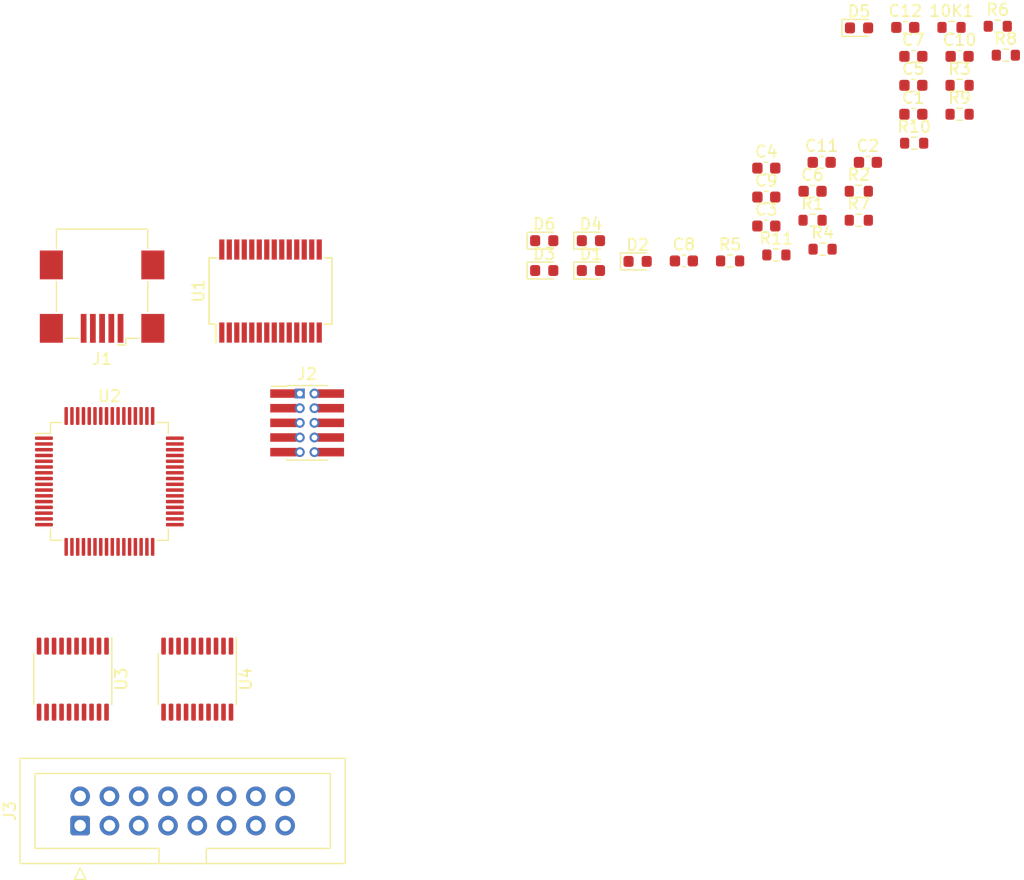
<source format=kicad_pcb>
(kicad_pcb (version 20171130) (host pcbnew "(5.1.9)-1")

  (general
    (thickness 1.6)
    (drawings 0)
    (tracks 0)
    (zones 0)
    (modules 37)
    (nets 51)
  )

  (page A4)
  (layers
    (0 F.Cu signal)
    (31 B.Cu signal)
    (32 B.Adhes user)
    (33 F.Adhes user)
    (34 B.Paste user)
    (35 F.Paste user)
    (36 B.SilkS user)
    (37 F.SilkS user)
    (38 B.Mask user)
    (39 F.Mask user)
    (40 Dwgs.User user)
    (41 Cmts.User user)
    (42 Eco1.User user)
    (43 Eco2.User user)
    (44 Edge.Cuts user)
    (45 Margin user)
    (46 B.CrtYd user)
    (47 F.CrtYd user)
    (48 B.Fab user)
    (49 F.Fab user)
  )

  (setup
    (last_trace_width 0.25)
    (trace_clearance 0.2)
    (zone_clearance 0.508)
    (zone_45_only no)
    (trace_min 0.2)
    (via_size 0.8)
    (via_drill 0.4)
    (via_min_size 0.4)
    (via_min_drill 0.3)
    (uvia_size 0.3)
    (uvia_drill 0.1)
    (uvias_allowed no)
    (uvia_min_size 0.2)
    (uvia_min_drill 0.1)
    (edge_width 0.05)
    (segment_width 0.2)
    (pcb_text_width 0.3)
    (pcb_text_size 1.5 1.5)
    (mod_edge_width 0.12)
    (mod_text_size 1 1)
    (mod_text_width 0.15)
    (pad_size 1.524 1.524)
    (pad_drill 0.762)
    (pad_to_mask_clearance 0)
    (aux_axis_origin 0 0)
    (visible_elements FFFFFF7F)
    (pcbplotparams
      (layerselection 0x010fc_ffffffff)
      (usegerberextensions false)
      (usegerberattributes true)
      (usegerberadvancedattributes true)
      (creategerberjobfile true)
      (excludeedgelayer true)
      (linewidth 0.100000)
      (plotframeref false)
      (viasonmask false)
      (mode 1)
      (useauxorigin false)
      (hpglpennumber 1)
      (hpglpenspeed 20)
      (hpglpendiameter 15.000000)
      (psnegative false)
      (psa4output false)
      (plotreference true)
      (plotvalue true)
      (plotinvisibletext false)
      (padsonsilk false)
      (subtractmaskfromsilk false)
      (outputformat 1)
      (mirror false)
      (drillshape 1)
      (scaleselection 1)
      (outputdirectory ""))
  )

  (net 0 "")
  (net 1 /LV_R_SER)
  (net 2 /R_SER)
  (net 3 GND)
  (net 4 +3V3)
  (net 5 /nRST)
  (net 6 +5V)
  (net 7 "Net-(D1-Pad2)")
  (net 8 "Net-(D1-Pad1)")
  (net 9 "Net-(D2-Pad2)")
  (net 10 "Net-(D2-Pad1)")
  (net 11 "Net-(D3-Pad2)")
  (net 12 "Net-(D4-Pad2)")
  (net 13 "Net-(D5-Pad2)")
  (net 14 "Net-(D6-Pad2)")
  (net 15 "Net-(J1-Pad3)")
  (net 16 "Net-(J1-Pad2)")
  (net 17 /V_USB)
  (net 18 "Net-(J2-Pad8)")
  (net 19 "Net-(J2-Pad7)")
  (net 20 "Net-(J2-Pad6)")
  (net 21 /CLK)
  (net 22 /DIO)
  (net 23 /R_RCLK)
  (net 24 /R_SCLK)
  (net 25 /~PROG->ROM)
  (net 26 /~PC->ROM)
  (net 27 /DO_RESET)
  (net 28 /W_RCLK)
  (net 29 /W_SCLK)
  (net 30 /W_SER)
  (net 31 /MEM_~OE)
  (net 32 /MEM_~PGM)
  (net 33 /MEM_~CE)
  (net 34 "Net-(R4-Pad1)")
  (net 35 /LED1)
  (net 36 /LED2)
  (net 37 /LED3)
  (net 38 /DTCT_Vtarget)
  (net 39 /LV_R_RCLK)
  (net 40 /LV_R_SCLK)
  (net 41 /~5V_OE)
  (net 42 /LV_~PC->ROM)
  (net 43 /LV_DO_RESET)
  (net 44 /LV_MEM_~CE)
  (net 45 /LV_MEM_~OE)
  (net 46 /LV_MEM_~PGM)
  (net 47 /LV_W_SER)
  (net 48 /LV_W_RCLK)
  (net 49 /LV_W_SCLK)
  (net 50 /LV_~PROG->ROM)

  (net_class Default "This is the default net class."
    (clearance 0.2)
    (trace_width 0.25)
    (via_dia 0.8)
    (via_drill 0.4)
    (uvia_dia 0.3)
    (uvia_drill 0.1)
    (add_net +3V3)
    (add_net +5V)
    (add_net /CLK)
    (add_net /DIO)
    (add_net /DO_RESET)
    (add_net /DTCT_Vtarget)
    (add_net /LED1)
    (add_net /LED2)
    (add_net /LED3)
    (add_net /LV_DO_RESET)
    (add_net /LV_MEM_~CE)
    (add_net /LV_MEM_~OE)
    (add_net /LV_MEM_~PGM)
    (add_net /LV_R_RCLK)
    (add_net /LV_R_SCLK)
    (add_net /LV_R_SER)
    (add_net /LV_W_RCLK)
    (add_net /LV_W_SCLK)
    (add_net /LV_W_SER)
    (add_net /LV_~PC->ROM)
    (add_net /LV_~PROG->ROM)
    (add_net /MEM_~CE)
    (add_net /MEM_~OE)
    (add_net /MEM_~PGM)
    (add_net /R_RCLK)
    (add_net /R_SCLK)
    (add_net /R_SER)
    (add_net /UART_MCU_RX)
    (add_net /UART_MCU_TX)
    (add_net /V_USB)
    (add_net /W_RCLK)
    (add_net /W_SCLK)
    (add_net /W_SER)
    (add_net /nRST)
    (add_net /~5V_OE)
    (add_net /~PC->ROM)
    (add_net /~PROG->ROM)
    (add_net GND)
    (add_net "Net-(D1-Pad1)")
    (add_net "Net-(D1-Pad2)")
    (add_net "Net-(D2-Pad1)")
    (add_net "Net-(D2-Pad2)")
    (add_net "Net-(D3-Pad2)")
    (add_net "Net-(D4-Pad2)")
    (add_net "Net-(D5-Pad2)")
    (add_net "Net-(D6-Pad2)")
    (add_net "Net-(J1-Pad2)")
    (add_net "Net-(J1-Pad3)")
    (add_net "Net-(J2-Pad6)")
    (add_net "Net-(J2-Pad7)")
    (add_net "Net-(J2-Pad8)")
    (add_net "Net-(R4-Pad1)")
    (add_net "Net-(U1-Pad1)")
    (add_net "Net-(U1-Pad10)")
    (add_net "Net-(U1-Pad11)")
    (add_net "Net-(U1-Pad12)")
    (add_net "Net-(U1-Pad13)")
    (add_net "Net-(U1-Pad14)")
    (add_net "Net-(U1-Pad19)")
    (add_net "Net-(U1-Pad2)")
    (add_net "Net-(U1-Pad27)")
    (add_net "Net-(U1-Pad28)")
    (add_net "Net-(U1-Pad3)")
    (add_net "Net-(U1-Pad5)")
    (add_net "Net-(U1-Pad6)")
    (add_net "Net-(U1-Pad9)")
    (add_net "Net-(U2-Pad10)")
    (add_net "Net-(U2-Pad11)")
    (add_net "Net-(U2-Pad14)")
    (add_net "Net-(U2-Pad15)")
    (add_net "Net-(U2-Pad16)")
    (add_net "Net-(U2-Pad2)")
    (add_net "Net-(U2-Pad3)")
    (add_net "Net-(U2-Pad30)")
    (add_net "Net-(U2-Pad33)")
    (add_net "Net-(U2-Pad37)")
    (add_net "Net-(U2-Pad38)")
    (add_net "Net-(U2-Pad39)")
    (add_net "Net-(U2-Pad4)")
    (add_net "Net-(U2-Pad40)")
    (add_net "Net-(U2-Pad41)")
    (add_net "Net-(U2-Pad42)")
    (add_net "Net-(U2-Pad43)")
    (add_net "Net-(U2-Pad44)")
    (add_net "Net-(U2-Pad45)")
    (add_net "Net-(U2-Pad5)")
    (add_net "Net-(U2-Pad50)")
    (add_net "Net-(U2-Pad53)")
    (add_net "Net-(U2-Pad54)")
    (add_net "Net-(U2-Pad55)")
    (add_net "Net-(U2-Pad56)")
    (add_net "Net-(U2-Pad57)")
    (add_net "Net-(U2-Pad58)")
    (add_net "Net-(U2-Pad6)")
    (add_net "Net-(U2-Pad8)")
    (add_net "Net-(U2-Pad9)")
    (add_net "Net-(U4-Pad11)")
    (add_net "Net-(U4-Pad12)")
    (add_net "Net-(U4-Pad13)")
    (add_net "Net-(U4-Pad14)")
    (add_net "Net-(U4-Pad15)")
  )

  (module Package_SO:TSSOP-20_4.4x6.5mm_P0.65mm (layer F.Cu) (tedit 5E476F32) (tstamp 602DADF3)
    (at 145.415 113.665 270)
    (descr "TSSOP, 20 Pin (JEDEC MO-153 Var AC https://www.jedec.org/document_search?search_api_views_fulltext=MO-153), generated with kicad-footprint-generator ipc_gullwing_generator.py")
    (tags "TSSOP SO")
    (path /61374942)
    (attr smd)
    (fp_text reference U4 (at 0 -4.2 90) (layer F.SilkS)
      (effects (font (size 1 1) (thickness 0.15)))
    )
    (fp_text value 74HCT245PWR (at 0 4.2 90) (layer F.Fab)
      (effects (font (size 1 1) (thickness 0.15)))
    )
    (fp_text user %R (at 0 0 90) (layer F.Fab)
      (effects (font (size 1 1) (thickness 0.15)))
    )
    (fp_line (start 0 3.385) (end 2.2 3.385) (layer F.SilkS) (width 0.12))
    (fp_line (start 0 3.385) (end -2.2 3.385) (layer F.SilkS) (width 0.12))
    (fp_line (start 0 -3.385) (end 2.2 -3.385) (layer F.SilkS) (width 0.12))
    (fp_line (start 0 -3.385) (end -3.6 -3.385) (layer F.SilkS) (width 0.12))
    (fp_line (start -1.2 -3.25) (end 2.2 -3.25) (layer F.Fab) (width 0.1))
    (fp_line (start 2.2 -3.25) (end 2.2 3.25) (layer F.Fab) (width 0.1))
    (fp_line (start 2.2 3.25) (end -2.2 3.25) (layer F.Fab) (width 0.1))
    (fp_line (start -2.2 3.25) (end -2.2 -2.25) (layer F.Fab) (width 0.1))
    (fp_line (start -2.2 -2.25) (end -1.2 -3.25) (layer F.Fab) (width 0.1))
    (fp_line (start -3.85 -3.5) (end -3.85 3.5) (layer F.CrtYd) (width 0.05))
    (fp_line (start -3.85 3.5) (end 3.85 3.5) (layer F.CrtYd) (width 0.05))
    (fp_line (start 3.85 3.5) (end 3.85 -3.5) (layer F.CrtYd) (width 0.05))
    (fp_line (start 3.85 -3.5) (end -3.85 -3.5) (layer F.CrtYd) (width 0.05))
    (pad 20 smd roundrect (at 2.8625 -2.925 270) (size 1.475 0.4) (layers F.Cu F.Paste F.Mask) (roundrect_rratio 0.25)
      (net 6 +5V))
    (pad 19 smd roundrect (at 2.8625 -2.275 270) (size 1.475 0.4) (layers F.Cu F.Paste F.Mask) (roundrect_rratio 0.25)
      (net 41 /~5V_OE))
    (pad 18 smd roundrect (at 2.8625 -1.625 270) (size 1.475 0.4) (layers F.Cu F.Paste F.Mask) (roundrect_rratio 0.25)
      (net 25 /~PROG->ROM))
    (pad 17 smd roundrect (at 2.8625 -0.975 270) (size 1.475 0.4) (layers F.Cu F.Paste F.Mask) (roundrect_rratio 0.25)
      (net 24 /R_SCLK))
    (pad 16 smd roundrect (at 2.8625 -0.325 270) (size 1.475 0.4) (layers F.Cu F.Paste F.Mask) (roundrect_rratio 0.25)
      (net 23 /R_RCLK))
    (pad 15 smd roundrect (at 2.8625 0.325 270) (size 1.475 0.4) (layers F.Cu F.Paste F.Mask) (roundrect_rratio 0.25))
    (pad 14 smd roundrect (at 2.8625 0.975 270) (size 1.475 0.4) (layers F.Cu F.Paste F.Mask) (roundrect_rratio 0.25))
    (pad 13 smd roundrect (at 2.8625 1.625 270) (size 1.475 0.4) (layers F.Cu F.Paste F.Mask) (roundrect_rratio 0.25))
    (pad 12 smd roundrect (at 2.8625 2.275 270) (size 1.475 0.4) (layers F.Cu F.Paste F.Mask) (roundrect_rratio 0.25))
    (pad 11 smd roundrect (at 2.8625 2.925 270) (size 1.475 0.4) (layers F.Cu F.Paste F.Mask) (roundrect_rratio 0.25))
    (pad 10 smd roundrect (at -2.8625 2.925 270) (size 1.475 0.4) (layers F.Cu F.Paste F.Mask) (roundrect_rratio 0.25)
      (net 3 GND))
    (pad 9 smd roundrect (at -2.8625 2.275 270) (size 1.475 0.4) (layers F.Cu F.Paste F.Mask) (roundrect_rratio 0.25)
      (net 3 GND))
    (pad 8 smd roundrect (at -2.8625 1.625 270) (size 1.475 0.4) (layers F.Cu F.Paste F.Mask) (roundrect_rratio 0.25)
      (net 3 GND))
    (pad 7 smd roundrect (at -2.8625 0.975 270) (size 1.475 0.4) (layers F.Cu F.Paste F.Mask) (roundrect_rratio 0.25)
      (net 3 GND))
    (pad 6 smd roundrect (at -2.8625 0.325 270) (size 1.475 0.4) (layers F.Cu F.Paste F.Mask) (roundrect_rratio 0.25)
      (net 3 GND))
    (pad 5 smd roundrect (at -2.8625 -0.325 270) (size 1.475 0.4) (layers F.Cu F.Paste F.Mask) (roundrect_rratio 0.25)
      (net 3 GND))
    (pad 4 smd roundrect (at -2.8625 -0.975 270) (size 1.475 0.4) (layers F.Cu F.Paste F.Mask) (roundrect_rratio 0.25)
      (net 39 /LV_R_RCLK))
    (pad 3 smd roundrect (at -2.8625 -1.625 270) (size 1.475 0.4) (layers F.Cu F.Paste F.Mask) (roundrect_rratio 0.25)
      (net 40 /LV_R_SCLK))
    (pad 2 smd roundrect (at -2.8625 -2.275 270) (size 1.475 0.4) (layers F.Cu F.Paste F.Mask) (roundrect_rratio 0.25)
      (net 50 /LV_~PROG->ROM))
    (pad 1 smd roundrect (at -2.8625 -2.925 270) (size 1.475 0.4) (layers F.Cu F.Paste F.Mask) (roundrect_rratio 0.25)
      (net 6 +5V))
    (model ${KISYS3DMOD}/Package_SO.3dshapes/TSSOP-20_4.4x6.5mm_P0.65mm.wrl
      (at (xyz 0 0 0))
      (scale (xyz 1 1 1))
      (rotate (xyz 0 0 0))
    )
  )

  (module Package_SO:TSSOP-20_4.4x6.5mm_P0.65mm (layer F.Cu) (tedit 5E476F32) (tstamp 602DA5F4)
    (at 134.62 113.665 270)
    (descr "TSSOP, 20 Pin (JEDEC MO-153 Var AC https://www.jedec.org/document_search?search_api_views_fulltext=MO-153), generated with kicad-footprint-generator ipc_gullwing_generator.py")
    (tags "TSSOP SO")
    (path /61308D02)
    (attr smd)
    (fp_text reference U3 (at 0 -4.2 90) (layer F.SilkS)
      (effects (font (size 1 1) (thickness 0.15)))
    )
    (fp_text value 74HCT245PWR (at 0 4.2 90) (layer F.Fab)
      (effects (font (size 1 1) (thickness 0.15)))
    )
    (fp_text user %R (at 0 0 90) (layer F.Fab)
      (effects (font (size 1 1) (thickness 0.15)))
    )
    (fp_line (start 0 3.385) (end 2.2 3.385) (layer F.SilkS) (width 0.12))
    (fp_line (start 0 3.385) (end -2.2 3.385) (layer F.SilkS) (width 0.12))
    (fp_line (start 0 -3.385) (end 2.2 -3.385) (layer F.SilkS) (width 0.12))
    (fp_line (start 0 -3.385) (end -3.6 -3.385) (layer F.SilkS) (width 0.12))
    (fp_line (start -1.2 -3.25) (end 2.2 -3.25) (layer F.Fab) (width 0.1))
    (fp_line (start 2.2 -3.25) (end 2.2 3.25) (layer F.Fab) (width 0.1))
    (fp_line (start 2.2 3.25) (end -2.2 3.25) (layer F.Fab) (width 0.1))
    (fp_line (start -2.2 3.25) (end -2.2 -2.25) (layer F.Fab) (width 0.1))
    (fp_line (start -2.2 -2.25) (end -1.2 -3.25) (layer F.Fab) (width 0.1))
    (fp_line (start -3.85 -3.5) (end -3.85 3.5) (layer F.CrtYd) (width 0.05))
    (fp_line (start -3.85 3.5) (end 3.85 3.5) (layer F.CrtYd) (width 0.05))
    (fp_line (start 3.85 3.5) (end 3.85 -3.5) (layer F.CrtYd) (width 0.05))
    (fp_line (start 3.85 -3.5) (end -3.85 -3.5) (layer F.CrtYd) (width 0.05))
    (pad 20 smd roundrect (at 2.8625 -2.925 270) (size 1.475 0.4) (layers F.Cu F.Paste F.Mask) (roundrect_rratio 0.25)
      (net 6 +5V))
    (pad 19 smd roundrect (at 2.8625 -2.275 270) (size 1.475 0.4) (layers F.Cu F.Paste F.Mask) (roundrect_rratio 0.25)
      (net 41 /~5V_OE))
    (pad 18 smd roundrect (at 2.8625 -1.625 270) (size 1.475 0.4) (layers F.Cu F.Paste F.Mask) (roundrect_rratio 0.25)
      (net 33 /MEM_~CE))
    (pad 17 smd roundrect (at 2.8625 -0.975 270) (size 1.475 0.4) (layers F.Cu F.Paste F.Mask) (roundrect_rratio 0.25)
      (net 32 /MEM_~PGM))
    (pad 16 smd roundrect (at 2.8625 -0.325 270) (size 1.475 0.4) (layers F.Cu F.Paste F.Mask) (roundrect_rratio 0.25)
      (net 31 /MEM_~OE))
    (pad 15 smd roundrect (at 2.8625 0.325 270) (size 1.475 0.4) (layers F.Cu F.Paste F.Mask) (roundrect_rratio 0.25)
      (net 30 /W_SER))
    (pad 14 smd roundrect (at 2.8625 0.975 270) (size 1.475 0.4) (layers F.Cu F.Paste F.Mask) (roundrect_rratio 0.25)
      (net 29 /W_SCLK))
    (pad 13 smd roundrect (at 2.8625 1.625 270) (size 1.475 0.4) (layers F.Cu F.Paste F.Mask) (roundrect_rratio 0.25)
      (net 28 /W_RCLK))
    (pad 12 smd roundrect (at 2.8625 2.275 270) (size 1.475 0.4) (layers F.Cu F.Paste F.Mask) (roundrect_rratio 0.25)
      (net 27 /DO_RESET))
    (pad 11 smd roundrect (at 2.8625 2.925 270) (size 1.475 0.4) (layers F.Cu F.Paste F.Mask) (roundrect_rratio 0.25)
      (net 26 /~PC->ROM))
    (pad 10 smd roundrect (at -2.8625 2.925 270) (size 1.475 0.4) (layers F.Cu F.Paste F.Mask) (roundrect_rratio 0.25)
      (net 3 GND))
    (pad 9 smd roundrect (at -2.8625 2.275 270) (size 1.475 0.4) (layers F.Cu F.Paste F.Mask) (roundrect_rratio 0.25)
      (net 42 /LV_~PC->ROM))
    (pad 8 smd roundrect (at -2.8625 1.625 270) (size 1.475 0.4) (layers F.Cu F.Paste F.Mask) (roundrect_rratio 0.25)
      (net 43 /LV_DO_RESET))
    (pad 7 smd roundrect (at -2.8625 0.975 270) (size 1.475 0.4) (layers F.Cu F.Paste F.Mask) (roundrect_rratio 0.25)
      (net 48 /LV_W_RCLK))
    (pad 6 smd roundrect (at -2.8625 0.325 270) (size 1.475 0.4) (layers F.Cu F.Paste F.Mask) (roundrect_rratio 0.25)
      (net 49 /LV_W_SCLK))
    (pad 5 smd roundrect (at -2.8625 -0.325 270) (size 1.475 0.4) (layers F.Cu F.Paste F.Mask) (roundrect_rratio 0.25)
      (net 47 /LV_W_SER))
    (pad 4 smd roundrect (at -2.8625 -0.975 270) (size 1.475 0.4) (layers F.Cu F.Paste F.Mask) (roundrect_rratio 0.25)
      (net 45 /LV_MEM_~OE))
    (pad 3 smd roundrect (at -2.8625 -1.625 270) (size 1.475 0.4) (layers F.Cu F.Paste F.Mask) (roundrect_rratio 0.25)
      (net 46 /LV_MEM_~PGM))
    (pad 2 smd roundrect (at -2.8625 -2.275 270) (size 1.475 0.4) (layers F.Cu F.Paste F.Mask) (roundrect_rratio 0.25)
      (net 44 /LV_MEM_~CE))
    (pad 1 smd roundrect (at -2.8625 -2.925 270) (size 1.475 0.4) (layers F.Cu F.Paste F.Mask) (roundrect_rratio 0.25)
      (net 6 +5V))
    (model ${KISYS3DMOD}/Package_SO.3dshapes/TSSOP-20_4.4x6.5mm_P0.65mm.wrl
      (at (xyz 0 0 0))
      (scale (xyz 1 1 1))
      (rotate (xyz 0 0 0))
    )
  )

  (module Package_QFP:LQFP-64_10x10mm_P0.5mm (layer F.Cu) (tedit 5D9F72AF) (tstamp 602DA5CE)
    (at 137.795 96.52)
    (descr "LQFP, 64 Pin (https://www.analog.com/media/en/technical-documentation/data-sheets/ad7606_7606-6_7606-4.pdf), generated with kicad-footprint-generator ipc_gullwing_generator.py")
    (tags "LQFP QFP")
    (path /617F2941)
    (attr smd)
    (fp_text reference U2 (at 0 -7.4) (layer F.SilkS)
      (effects (font (size 1 1) (thickness 0.15)))
    )
    (fp_text value STM32F105R8Tx (at 0 7.4) (layer F.Fab)
      (effects (font (size 1 1) (thickness 0.15)))
    )
    (fp_text user %R (at 0 0) (layer F.Fab)
      (effects (font (size 1 1) (thickness 0.15)))
    )
    (fp_line (start 4.16 5.11) (end 5.11 5.11) (layer F.SilkS) (width 0.12))
    (fp_line (start 5.11 5.11) (end 5.11 4.16) (layer F.SilkS) (width 0.12))
    (fp_line (start -4.16 5.11) (end -5.11 5.11) (layer F.SilkS) (width 0.12))
    (fp_line (start -5.11 5.11) (end -5.11 4.16) (layer F.SilkS) (width 0.12))
    (fp_line (start 4.16 -5.11) (end 5.11 -5.11) (layer F.SilkS) (width 0.12))
    (fp_line (start 5.11 -5.11) (end 5.11 -4.16) (layer F.SilkS) (width 0.12))
    (fp_line (start -4.16 -5.11) (end -5.11 -5.11) (layer F.SilkS) (width 0.12))
    (fp_line (start -5.11 -5.11) (end -5.11 -4.16) (layer F.SilkS) (width 0.12))
    (fp_line (start -5.11 -4.16) (end -6.45 -4.16) (layer F.SilkS) (width 0.12))
    (fp_line (start -4 -5) (end 5 -5) (layer F.Fab) (width 0.1))
    (fp_line (start 5 -5) (end 5 5) (layer F.Fab) (width 0.1))
    (fp_line (start 5 5) (end -5 5) (layer F.Fab) (width 0.1))
    (fp_line (start -5 5) (end -5 -4) (layer F.Fab) (width 0.1))
    (fp_line (start -5 -4) (end -4 -5) (layer F.Fab) (width 0.1))
    (fp_line (start 0 -6.7) (end -4.15 -6.7) (layer F.CrtYd) (width 0.05))
    (fp_line (start -4.15 -6.7) (end -4.15 -5.25) (layer F.CrtYd) (width 0.05))
    (fp_line (start -4.15 -5.25) (end -5.25 -5.25) (layer F.CrtYd) (width 0.05))
    (fp_line (start -5.25 -5.25) (end -5.25 -4.15) (layer F.CrtYd) (width 0.05))
    (fp_line (start -5.25 -4.15) (end -6.7 -4.15) (layer F.CrtYd) (width 0.05))
    (fp_line (start -6.7 -4.15) (end -6.7 0) (layer F.CrtYd) (width 0.05))
    (fp_line (start 0 -6.7) (end 4.15 -6.7) (layer F.CrtYd) (width 0.05))
    (fp_line (start 4.15 -6.7) (end 4.15 -5.25) (layer F.CrtYd) (width 0.05))
    (fp_line (start 4.15 -5.25) (end 5.25 -5.25) (layer F.CrtYd) (width 0.05))
    (fp_line (start 5.25 -5.25) (end 5.25 -4.15) (layer F.CrtYd) (width 0.05))
    (fp_line (start 5.25 -4.15) (end 6.7 -4.15) (layer F.CrtYd) (width 0.05))
    (fp_line (start 6.7 -4.15) (end 6.7 0) (layer F.CrtYd) (width 0.05))
    (fp_line (start 0 6.7) (end -4.15 6.7) (layer F.CrtYd) (width 0.05))
    (fp_line (start -4.15 6.7) (end -4.15 5.25) (layer F.CrtYd) (width 0.05))
    (fp_line (start -4.15 5.25) (end -5.25 5.25) (layer F.CrtYd) (width 0.05))
    (fp_line (start -5.25 5.25) (end -5.25 4.15) (layer F.CrtYd) (width 0.05))
    (fp_line (start -5.25 4.15) (end -6.7 4.15) (layer F.CrtYd) (width 0.05))
    (fp_line (start -6.7 4.15) (end -6.7 0) (layer F.CrtYd) (width 0.05))
    (fp_line (start 0 6.7) (end 4.15 6.7) (layer F.CrtYd) (width 0.05))
    (fp_line (start 4.15 6.7) (end 4.15 5.25) (layer F.CrtYd) (width 0.05))
    (fp_line (start 4.15 5.25) (end 5.25 5.25) (layer F.CrtYd) (width 0.05))
    (fp_line (start 5.25 5.25) (end 5.25 4.15) (layer F.CrtYd) (width 0.05))
    (fp_line (start 5.25 4.15) (end 6.7 4.15) (layer F.CrtYd) (width 0.05))
    (fp_line (start 6.7 4.15) (end 6.7 0) (layer F.CrtYd) (width 0.05))
    (pad 64 smd roundrect (at -3.75 -5.675) (size 0.3 1.55) (layers F.Cu F.Paste F.Mask) (roundrect_rratio 0.25)
      (net 4 +3V3))
    (pad 63 smd roundrect (at -3.25 -5.675) (size 0.3 1.55) (layers F.Cu F.Paste F.Mask) (roundrect_rratio 0.25)
      (net 3 GND))
    (pad 62 smd roundrect (at -2.75 -5.675) (size 0.3 1.55) (layers F.Cu F.Paste F.Mask) (roundrect_rratio 0.25)
      (net 37 /LED3))
    (pad 61 smd roundrect (at -2.25 -5.675) (size 0.3 1.55) (layers F.Cu F.Paste F.Mask) (roundrect_rratio 0.25)
      (net 36 /LED2))
    (pad 60 smd roundrect (at -1.75 -5.675) (size 0.3 1.55) (layers F.Cu F.Paste F.Mask) (roundrect_rratio 0.25)
      (net 34 "Net-(R4-Pad1)"))
    (pad 59 smd roundrect (at -1.25 -5.675) (size 0.3 1.55) (layers F.Cu F.Paste F.Mask) (roundrect_rratio 0.25)
      (net 35 /LED1))
    (pad 58 smd roundrect (at -0.75 -5.675) (size 0.3 1.55) (layers F.Cu F.Paste F.Mask) (roundrect_rratio 0.25))
    (pad 57 smd roundrect (at -0.25 -5.675) (size 0.3 1.55) (layers F.Cu F.Paste F.Mask) (roundrect_rratio 0.25))
    (pad 56 smd roundrect (at 0.25 -5.675) (size 0.3 1.55) (layers F.Cu F.Paste F.Mask) (roundrect_rratio 0.25))
    (pad 55 smd roundrect (at 0.75 -5.675) (size 0.3 1.55) (layers F.Cu F.Paste F.Mask) (roundrect_rratio 0.25))
    (pad 54 smd roundrect (at 1.25 -5.675) (size 0.3 1.55) (layers F.Cu F.Paste F.Mask) (roundrect_rratio 0.25))
    (pad 53 smd roundrect (at 1.75 -5.675) (size 0.3 1.55) (layers F.Cu F.Paste F.Mask) (roundrect_rratio 0.25))
    (pad 52 smd roundrect (at 2.25 -5.675) (size 0.3 1.55) (layers F.Cu F.Paste F.Mask) (roundrect_rratio 0.25))
    (pad 51 smd roundrect (at 2.75 -5.675) (size 0.3 1.55) (layers F.Cu F.Paste F.Mask) (roundrect_rratio 0.25))
    (pad 50 smd roundrect (at 3.25 -5.675) (size 0.3 1.55) (layers F.Cu F.Paste F.Mask) (roundrect_rratio 0.25))
    (pad 49 smd roundrect (at 3.75 -5.675) (size 0.3 1.55) (layers F.Cu F.Paste F.Mask) (roundrect_rratio 0.25)
      (net 21 /CLK))
    (pad 48 smd roundrect (at 5.675 -3.75) (size 1.55 0.3) (layers F.Cu F.Paste F.Mask) (roundrect_rratio 0.25)
      (net 4 +3V3))
    (pad 47 smd roundrect (at 5.675 -3.25) (size 1.55 0.3) (layers F.Cu F.Paste F.Mask) (roundrect_rratio 0.25)
      (net 3 GND))
    (pad 46 smd roundrect (at 5.675 -2.75) (size 1.55 0.3) (layers F.Cu F.Paste F.Mask) (roundrect_rratio 0.25)
      (net 22 /DIO))
    (pad 45 smd roundrect (at 5.675 -2.25) (size 1.55 0.3) (layers F.Cu F.Paste F.Mask) (roundrect_rratio 0.25))
    (pad 44 smd roundrect (at 5.675 -1.75) (size 1.55 0.3) (layers F.Cu F.Paste F.Mask) (roundrect_rratio 0.25))
    (pad 43 smd roundrect (at 5.675 -1.25) (size 1.55 0.3) (layers F.Cu F.Paste F.Mask) (roundrect_rratio 0.25))
    (pad 42 smd roundrect (at 5.675 -0.75) (size 1.55 0.3) (layers F.Cu F.Paste F.Mask) (roundrect_rratio 0.25))
    (pad 41 smd roundrect (at 5.675 -0.25) (size 1.55 0.3) (layers F.Cu F.Paste F.Mask) (roundrect_rratio 0.25))
    (pad 40 smd roundrect (at 5.675 0.25) (size 1.55 0.3) (layers F.Cu F.Paste F.Mask) (roundrect_rratio 0.25))
    (pad 39 smd roundrect (at 5.675 0.75) (size 1.55 0.3) (layers F.Cu F.Paste F.Mask) (roundrect_rratio 0.25))
    (pad 38 smd roundrect (at 5.675 1.25) (size 1.55 0.3) (layers F.Cu F.Paste F.Mask) (roundrect_rratio 0.25))
    (pad 37 smd roundrect (at 5.675 1.75) (size 1.55 0.3) (layers F.Cu F.Paste F.Mask) (roundrect_rratio 0.25))
    (pad 36 smd roundrect (at 5.675 2.25) (size 1.55 0.3) (layers F.Cu F.Paste F.Mask) (roundrect_rratio 0.25)
      (net 39 /LV_R_RCLK))
    (pad 35 smd roundrect (at 5.675 2.75) (size 1.55 0.3) (layers F.Cu F.Paste F.Mask) (roundrect_rratio 0.25)
      (net 1 /LV_R_SER))
    (pad 34 smd roundrect (at 5.675 3.25) (size 1.55 0.3) (layers F.Cu F.Paste F.Mask) (roundrect_rratio 0.25)
      (net 40 /LV_R_SCLK))
    (pad 33 smd roundrect (at 5.675 3.75) (size 1.55 0.3) (layers F.Cu F.Paste F.Mask) (roundrect_rratio 0.25))
    (pad 32 smd roundrect (at 3.75 5.675) (size 0.3 1.55) (layers F.Cu F.Paste F.Mask) (roundrect_rratio 0.25)
      (net 4 +3V3))
    (pad 31 smd roundrect (at 3.25 5.675) (size 0.3 1.55) (layers F.Cu F.Paste F.Mask) (roundrect_rratio 0.25)
      (net 3 GND))
    (pad 30 smd roundrect (at 2.75 5.675) (size 0.3 1.55) (layers F.Cu F.Paste F.Mask) (roundrect_rratio 0.25))
    (pad 29 smd roundrect (at 2.25 5.675) (size 0.3 1.55) (layers F.Cu F.Paste F.Mask) (roundrect_rratio 0.25)
      (net 41 /~5V_OE))
    (pad 28 smd roundrect (at 1.75 5.675) (size 0.3 1.55) (layers F.Cu F.Paste F.Mask) (roundrect_rratio 0.25)
      (net 42 /LV_~PC->ROM))
    (pad 27 smd roundrect (at 1.25 5.675) (size 0.3 1.55) (layers F.Cu F.Paste F.Mask) (roundrect_rratio 0.25)
      (net 43 /LV_DO_RESET))
    (pad 26 smd roundrect (at 0.75 5.675) (size 0.3 1.55) (layers F.Cu F.Paste F.Mask) (roundrect_rratio 0.25)
      (net 44 /LV_MEM_~CE))
    (pad 25 smd roundrect (at 0.25 5.675) (size 0.3 1.55) (layers F.Cu F.Paste F.Mask) (roundrect_rratio 0.25)
      (net 45 /LV_MEM_~OE))
    (pad 24 smd roundrect (at -0.25 5.675) (size 0.3 1.55) (layers F.Cu F.Paste F.Mask) (roundrect_rratio 0.25)
      (net 46 /LV_MEM_~PGM))
    (pad 23 smd roundrect (at -0.75 5.675) (size 0.3 1.55) (layers F.Cu F.Paste F.Mask) (roundrect_rratio 0.25)
      (net 47 /LV_W_SER))
    (pad 22 smd roundrect (at -1.25 5.675) (size 0.3 1.55) (layers F.Cu F.Paste F.Mask) (roundrect_rratio 0.25)
      (net 48 /LV_W_RCLK))
    (pad 21 smd roundrect (at -1.75 5.675) (size 0.3 1.55) (layers F.Cu F.Paste F.Mask) (roundrect_rratio 0.25)
      (net 49 /LV_W_SCLK))
    (pad 20 smd roundrect (at -2.25 5.675) (size 0.3 1.55) (layers F.Cu F.Paste F.Mask) (roundrect_rratio 0.25)
      (net 38 /DTCT_Vtarget))
    (pad 19 smd roundrect (at -2.75 5.675) (size 0.3 1.55) (layers F.Cu F.Paste F.Mask) (roundrect_rratio 0.25)
      (net 4 +3V3))
    (pad 18 smd roundrect (at -3.25 5.675) (size 0.3 1.55) (layers F.Cu F.Paste F.Mask) (roundrect_rratio 0.25)
      (net 3 GND))
    (pad 17 smd roundrect (at -3.75 5.675) (size 0.3 1.55) (layers F.Cu F.Paste F.Mask) (roundrect_rratio 0.25)
      (net 50 /LV_~PROG->ROM))
    (pad 16 smd roundrect (at -5.675 3.75) (size 1.55 0.3) (layers F.Cu F.Paste F.Mask) (roundrect_rratio 0.25))
    (pad 15 smd roundrect (at -5.675 3.25) (size 1.55 0.3) (layers F.Cu F.Paste F.Mask) (roundrect_rratio 0.25))
    (pad 14 smd roundrect (at -5.675 2.75) (size 1.55 0.3) (layers F.Cu F.Paste F.Mask) (roundrect_rratio 0.25))
    (pad 13 smd roundrect (at -5.675 2.25) (size 1.55 0.3) (layers F.Cu F.Paste F.Mask) (roundrect_rratio 0.25)
      (net 4 +3V3))
    (pad 12 smd roundrect (at -5.675 1.75) (size 1.55 0.3) (layers F.Cu F.Paste F.Mask) (roundrect_rratio 0.25)
      (net 3 GND))
    (pad 11 smd roundrect (at -5.675 1.25) (size 1.55 0.3) (layers F.Cu F.Paste F.Mask) (roundrect_rratio 0.25))
    (pad 10 smd roundrect (at -5.675 0.75) (size 1.55 0.3) (layers F.Cu F.Paste F.Mask) (roundrect_rratio 0.25))
    (pad 9 smd roundrect (at -5.675 0.25) (size 1.55 0.3) (layers F.Cu F.Paste F.Mask) (roundrect_rratio 0.25))
    (pad 8 smd roundrect (at -5.675 -0.25) (size 1.55 0.3) (layers F.Cu F.Paste F.Mask) (roundrect_rratio 0.25))
    (pad 7 smd roundrect (at -5.675 -0.75) (size 1.55 0.3) (layers F.Cu F.Paste F.Mask) (roundrect_rratio 0.25)
      (net 5 /nRST))
    (pad 6 smd roundrect (at -5.675 -1.25) (size 1.55 0.3) (layers F.Cu F.Paste F.Mask) (roundrect_rratio 0.25))
    (pad 5 smd roundrect (at -5.675 -1.75) (size 1.55 0.3) (layers F.Cu F.Paste F.Mask) (roundrect_rratio 0.25))
    (pad 4 smd roundrect (at -5.675 -2.25) (size 1.55 0.3) (layers F.Cu F.Paste F.Mask) (roundrect_rratio 0.25))
    (pad 3 smd roundrect (at -5.675 -2.75) (size 1.55 0.3) (layers F.Cu F.Paste F.Mask) (roundrect_rratio 0.25))
    (pad 2 smd roundrect (at -5.675 -3.25) (size 1.55 0.3) (layers F.Cu F.Paste F.Mask) (roundrect_rratio 0.25))
    (pad 1 smd roundrect (at -5.675 -3.75) (size 1.55 0.3) (layers F.Cu F.Paste F.Mask) (roundrect_rratio 0.25)
      (net 4 +3V3))
    (model ${KISYS3DMOD}/Package_QFP.3dshapes/LQFP-64_10x10mm_P0.5mm.wrl
      (at (xyz 0 0 0))
      (scale (xyz 1 1 1))
      (rotate (xyz 0 0 0))
    )
  )

  (module Package_SO:SSOP-28_5.3x10.2mm_P0.65mm (layer F.Cu) (tedit 5A02F25C) (tstamp 602DA563)
    (at 151.765 80.01 90)
    (descr "28-Lead Plastic Shrink Small Outline (SS)-5.30 mm Body [SSOP] (see Microchip Packaging Specification 00000049BS.pdf)")
    (tags "SSOP 0.65")
    (path /61289EF6)
    (attr smd)
    (fp_text reference U1 (at 0 -6.25 90) (layer F.SilkS)
      (effects (font (size 1 1) (thickness 0.15)))
    )
    (fp_text value FT232RL (at 0 6.25 90) (layer F.Fab)
      (effects (font (size 1 1) (thickness 0.15)))
    )
    (fp_text user %R (at 0 0 90) (layer F.Fab)
      (effects (font (size 0.8 0.8) (thickness 0.15)))
    )
    (fp_line (start -1.65 -5.1) (end 2.65 -5.1) (layer F.Fab) (width 0.15))
    (fp_line (start 2.65 -5.1) (end 2.65 5.1) (layer F.Fab) (width 0.15))
    (fp_line (start 2.65 5.1) (end -2.65 5.1) (layer F.Fab) (width 0.15))
    (fp_line (start -2.65 5.1) (end -2.65 -4.1) (layer F.Fab) (width 0.15))
    (fp_line (start -2.65 -4.1) (end -1.65 -5.1) (layer F.Fab) (width 0.15))
    (fp_line (start -4.75 -5.5) (end -4.75 5.5) (layer F.CrtYd) (width 0.05))
    (fp_line (start 4.75 -5.5) (end 4.75 5.5) (layer F.CrtYd) (width 0.05))
    (fp_line (start -4.75 -5.5) (end 4.75 -5.5) (layer F.CrtYd) (width 0.05))
    (fp_line (start -4.75 5.5) (end 4.75 5.5) (layer F.CrtYd) (width 0.05))
    (fp_line (start -2.875 -5.325) (end -2.875 -4.75) (layer F.SilkS) (width 0.15))
    (fp_line (start 2.875 -5.325) (end 2.875 -4.675) (layer F.SilkS) (width 0.15))
    (fp_line (start 2.875 5.325) (end 2.875 4.675) (layer F.SilkS) (width 0.15))
    (fp_line (start -2.875 5.325) (end -2.875 4.675) (layer F.SilkS) (width 0.15))
    (fp_line (start -2.875 -5.325) (end 2.875 -5.325) (layer F.SilkS) (width 0.15))
    (fp_line (start -2.875 5.325) (end 2.875 5.325) (layer F.SilkS) (width 0.15))
    (fp_line (start -2.875 -4.75) (end -4.475 -4.75) (layer F.SilkS) (width 0.15))
    (pad 28 smd rect (at 3.6 -4.225 90) (size 1.75 0.45) (layers F.Cu F.Paste F.Mask))
    (pad 27 smd rect (at 3.6 -3.575 90) (size 1.75 0.45) (layers F.Cu F.Paste F.Mask))
    (pad 26 smd rect (at 3.6 -2.925 90) (size 1.75 0.45) (layers F.Cu F.Paste F.Mask)
      (net 3 GND))
    (pad 25 smd rect (at 3.6 -2.275 90) (size 1.75 0.45) (layers F.Cu F.Paste F.Mask)
      (net 3 GND))
    (pad 24 smd rect (at 3.6 -1.625 90) (size 1.75 0.45) (layers F.Cu F.Paste F.Mask))
    (pad 23 smd rect (at 3.6 -0.975 90) (size 1.75 0.45) (layers F.Cu F.Paste F.Mask)
      (net 8 "Net-(D1-Pad1)"))
    (pad 22 smd rect (at 3.6 -0.325 90) (size 1.75 0.45) (layers F.Cu F.Paste F.Mask)
      (net 10 "Net-(D2-Pad1)"))
    (pad 21 smd rect (at 3.6 0.325 90) (size 1.75 0.45) (layers F.Cu F.Paste F.Mask)
      (net 3 GND))
    (pad 20 smd rect (at 3.6 0.975 90) (size 1.75 0.45) (layers F.Cu F.Paste F.Mask)
      (net 17 /V_USB))
    (pad 19 smd rect (at 3.6 1.625 90) (size 1.75 0.45) (layers F.Cu F.Paste F.Mask))
    (pad 18 smd rect (at 3.6 2.275 90) (size 1.75 0.45) (layers F.Cu F.Paste F.Mask)
      (net 3 GND))
    (pad 17 smd rect (at 3.6 2.925 90) (size 1.75 0.45) (layers F.Cu F.Paste F.Mask)
      (net 4 +3V3))
    (pad 16 smd rect (at 3.6 3.575 90) (size 1.75 0.45) (layers F.Cu F.Paste F.Mask)
      (net 16 "Net-(J1-Pad2)"))
    (pad 15 smd rect (at 3.6 4.225 90) (size 1.75 0.45) (layers F.Cu F.Paste F.Mask)
      (net 15 "Net-(J1-Pad3)"))
    (pad 14 smd rect (at -3.6 4.225 90) (size 1.75 0.45) (layers F.Cu F.Paste F.Mask))
    (pad 13 smd rect (at -3.6 3.575 90) (size 1.75 0.45) (layers F.Cu F.Paste F.Mask))
    (pad 12 smd rect (at -3.6 2.925 90) (size 1.75 0.45) (layers F.Cu F.Paste F.Mask))
    (pad 11 smd rect (at -3.6 2.275 90) (size 1.75 0.45) (layers F.Cu F.Paste F.Mask))
    (pad 10 smd rect (at -3.6 1.625 90) (size 1.75 0.45) (layers F.Cu F.Paste F.Mask))
    (pad 9 smd rect (at -3.6 0.975 90) (size 1.75 0.45) (layers F.Cu F.Paste F.Mask))
    (pad 8 smd rect (at -3.6 0.325 90) (size 1.75 0.45) (layers F.Cu F.Paste F.Mask))
    (pad 7 smd rect (at -3.6 -0.325 90) (size 1.75 0.45) (layers F.Cu F.Paste F.Mask)
      (net 3 GND))
    (pad 6 smd rect (at -3.6 -0.975 90) (size 1.75 0.45) (layers F.Cu F.Paste F.Mask))
    (pad 5 smd rect (at -3.6 -1.625 90) (size 1.75 0.45) (layers F.Cu F.Paste F.Mask))
    (pad 4 smd rect (at -3.6 -2.275 90) (size 1.75 0.45) (layers F.Cu F.Paste F.Mask)
      (net 4 +3V3))
    (pad 3 smd rect (at -3.6 -2.925 90) (size 1.75 0.45) (layers F.Cu F.Paste F.Mask))
    (pad 2 smd rect (at -3.6 -3.575 90) (size 1.75 0.45) (layers F.Cu F.Paste F.Mask))
    (pad 1 smd rect (at -3.6 -4.225 90) (size 1.75 0.45) (layers F.Cu F.Paste F.Mask))
    (model ${KISYS3DMOD}/Package_SO.3dshapes/SSOP-28_5.3x10.2mm_P0.65mm.wrl
      (at (xyz 0 0 0))
      (scale (xyz 1 1 1))
      (rotate (xyz 0 0 0))
    )
  )

  (module Resistor_SMD:R_0603_1608Metric (layer F.Cu) (tedit 5F68FEEE) (tstamp 602DA532)
    (at 195.63 76.88)
    (descr "Resistor SMD 0603 (1608 Metric), square (rectangular) end terminal, IPC_7351 nominal, (Body size source: IPC-SM-782 page 72, https://www.pcb-3d.com/wordpress/wp-content/uploads/ipc-sm-782a_amendment_1_and_2.pdf), generated with kicad-footprint-generator")
    (tags resistor)
    (path /6166460F)
    (attr smd)
    (fp_text reference R11 (at 0 -1.43) (layer F.SilkS)
      (effects (font (size 1 1) (thickness 0.15)))
    )
    (fp_text value rled (at 0 1.43) (layer F.Fab)
      (effects (font (size 1 1) (thickness 0.15)))
    )
    (fp_text user %R (at 0 0) (layer F.Fab)
      (effects (font (size 0.4 0.4) (thickness 0.06)))
    )
    (fp_line (start -0.8 0.4125) (end -0.8 -0.4125) (layer F.Fab) (width 0.1))
    (fp_line (start -0.8 -0.4125) (end 0.8 -0.4125) (layer F.Fab) (width 0.1))
    (fp_line (start 0.8 -0.4125) (end 0.8 0.4125) (layer F.Fab) (width 0.1))
    (fp_line (start 0.8 0.4125) (end -0.8 0.4125) (layer F.Fab) (width 0.1))
    (fp_line (start -0.237258 -0.5225) (end 0.237258 -0.5225) (layer F.SilkS) (width 0.12))
    (fp_line (start -0.237258 0.5225) (end 0.237258 0.5225) (layer F.SilkS) (width 0.12))
    (fp_line (start -1.48 0.73) (end -1.48 -0.73) (layer F.CrtYd) (width 0.05))
    (fp_line (start -1.48 -0.73) (end 1.48 -0.73) (layer F.CrtYd) (width 0.05))
    (fp_line (start 1.48 -0.73) (end 1.48 0.73) (layer F.CrtYd) (width 0.05))
    (fp_line (start 1.48 0.73) (end -1.48 0.73) (layer F.CrtYd) (width 0.05))
    (pad 2 smd roundrect (at 0.825 0) (size 0.8 0.95) (layers F.Cu F.Paste F.Mask) (roundrect_rratio 0.25)
      (net 14 "Net-(D6-Pad2)"))
    (pad 1 smd roundrect (at -0.825 0) (size 0.8 0.95) (layers F.Cu F.Paste F.Mask) (roundrect_rratio 0.25)
      (net 6 +5V))
    (model ${KISYS3DMOD}/Resistor_SMD.3dshapes/R_0603_1608Metric.wrl
      (at (xyz 0 0 0))
      (scale (xyz 1 1 1))
      (rotate (xyz 0 0 0))
    )
  )

  (module Resistor_SMD:R_0603_1608Metric (layer F.Cu) (tedit 5F68FEEE) (tstamp 602DA521)
    (at 207.58 67.19)
    (descr "Resistor SMD 0603 (1608 Metric), square (rectangular) end terminal, IPC_7351 nominal, (Body size source: IPC-SM-782 page 72, https://www.pcb-3d.com/wordpress/wp-content/uploads/ipc-sm-782a_amendment_1_and_2.pdf), generated with kicad-footprint-generator")
    (tags resistor)
    (path /6144CC7F)
    (attr smd)
    (fp_text reference R10 (at 0 -1.43) (layer F.SilkS)
      (effects (font (size 1 1) (thickness 0.15)))
    )
    (fp_text value 15K (at 0 1.43) (layer F.Fab)
      (effects (font (size 1 1) (thickness 0.15)))
    )
    (fp_text user %R (at 0 0) (layer F.Fab)
      (effects (font (size 0.4 0.4) (thickness 0.06)))
    )
    (fp_line (start -0.8 0.4125) (end -0.8 -0.4125) (layer F.Fab) (width 0.1))
    (fp_line (start -0.8 -0.4125) (end 0.8 -0.4125) (layer F.Fab) (width 0.1))
    (fp_line (start 0.8 -0.4125) (end 0.8 0.4125) (layer F.Fab) (width 0.1))
    (fp_line (start 0.8 0.4125) (end -0.8 0.4125) (layer F.Fab) (width 0.1))
    (fp_line (start -0.237258 -0.5225) (end 0.237258 -0.5225) (layer F.SilkS) (width 0.12))
    (fp_line (start -0.237258 0.5225) (end 0.237258 0.5225) (layer F.SilkS) (width 0.12))
    (fp_line (start -1.48 0.73) (end -1.48 -0.73) (layer F.CrtYd) (width 0.05))
    (fp_line (start -1.48 -0.73) (end 1.48 -0.73) (layer F.CrtYd) (width 0.05))
    (fp_line (start 1.48 -0.73) (end 1.48 0.73) (layer F.CrtYd) (width 0.05))
    (fp_line (start 1.48 0.73) (end -1.48 0.73) (layer F.CrtYd) (width 0.05))
    (pad 2 smd roundrect (at 0.825 0) (size 0.8 0.95) (layers F.Cu F.Paste F.Mask) (roundrect_rratio 0.25)
      (net 3 GND))
    (pad 1 smd roundrect (at -0.825 0) (size 0.8 0.95) (layers F.Cu F.Paste F.Mask) (roundrect_rratio 0.25)
      (net 1 /LV_R_SER))
    (model ${KISYS3DMOD}/Resistor_SMD.3dshapes/R_0603_1608Metric.wrl
      (at (xyz 0 0 0))
      (scale (xyz 1 1 1))
      (rotate (xyz 0 0 0))
    )
  )

  (module Resistor_SMD:R_0603_1608Metric (layer F.Cu) (tedit 5F68FEEE) (tstamp 602DA510)
    (at 211.52 64.68)
    (descr "Resistor SMD 0603 (1608 Metric), square (rectangular) end terminal, IPC_7351 nominal, (Body size source: IPC-SM-782 page 72, https://www.pcb-3d.com/wordpress/wp-content/uploads/ipc-sm-782a_amendment_1_and_2.pdf), generated with kicad-footprint-generator")
    (tags resistor)
    (path /61483D94)
    (attr smd)
    (fp_text reference R9 (at 0 -1.43) (layer F.SilkS)
      (effects (font (size 1 1) (thickness 0.15)))
    )
    (fp_text value 15K (at 0 1.43) (layer F.Fab)
      (effects (font (size 1 1) (thickness 0.15)))
    )
    (fp_text user %R (at 0 0) (layer F.Fab)
      (effects (font (size 0.4 0.4) (thickness 0.06)))
    )
    (fp_line (start -0.8 0.4125) (end -0.8 -0.4125) (layer F.Fab) (width 0.1))
    (fp_line (start -0.8 -0.4125) (end 0.8 -0.4125) (layer F.Fab) (width 0.1))
    (fp_line (start 0.8 -0.4125) (end 0.8 0.4125) (layer F.Fab) (width 0.1))
    (fp_line (start 0.8 0.4125) (end -0.8 0.4125) (layer F.Fab) (width 0.1))
    (fp_line (start -0.237258 -0.5225) (end 0.237258 -0.5225) (layer F.SilkS) (width 0.12))
    (fp_line (start -0.237258 0.5225) (end 0.237258 0.5225) (layer F.SilkS) (width 0.12))
    (fp_line (start -1.48 0.73) (end -1.48 -0.73) (layer F.CrtYd) (width 0.05))
    (fp_line (start -1.48 -0.73) (end 1.48 -0.73) (layer F.CrtYd) (width 0.05))
    (fp_line (start 1.48 -0.73) (end 1.48 0.73) (layer F.CrtYd) (width 0.05))
    (fp_line (start 1.48 0.73) (end -1.48 0.73) (layer F.CrtYd) (width 0.05))
    (pad 2 smd roundrect (at 0.825 0) (size 0.8 0.95) (layers F.Cu F.Paste F.Mask) (roundrect_rratio 0.25)
      (net 3 GND))
    (pad 1 smd roundrect (at -0.825 0) (size 0.8 0.95) (layers F.Cu F.Paste F.Mask) (roundrect_rratio 0.25)
      (net 38 /DTCT_Vtarget))
    (model ${KISYS3DMOD}/Resistor_SMD.3dshapes/R_0603_1608Metric.wrl
      (at (xyz 0 0 0))
      (scale (xyz 1 1 1))
      (rotate (xyz 0 0 0))
    )
  )

  (module Resistor_SMD:R_0603_1608Metric (layer F.Cu) (tedit 5F68FEEE) (tstamp 602DA4FF)
    (at 215.53 59.56)
    (descr "Resistor SMD 0603 (1608 Metric), square (rectangular) end terminal, IPC_7351 nominal, (Body size source: IPC-SM-782 page 72, https://www.pcb-3d.com/wordpress/wp-content/uploads/ipc-sm-782a_amendment_1_and_2.pdf), generated with kicad-footprint-generator")
    (tags resistor)
    (path /61483D8E)
    (attr smd)
    (fp_text reference R8 (at 0 -1.43) (layer F.SilkS)
      (effects (font (size 1 1) (thickness 0.15)))
    )
    (fp_text value 10K (at 0 1.43) (layer F.Fab)
      (effects (font (size 1 1) (thickness 0.15)))
    )
    (fp_text user %R (at 0 0) (layer F.Fab)
      (effects (font (size 0.4 0.4) (thickness 0.06)))
    )
    (fp_line (start -0.8 0.4125) (end -0.8 -0.4125) (layer F.Fab) (width 0.1))
    (fp_line (start -0.8 -0.4125) (end 0.8 -0.4125) (layer F.Fab) (width 0.1))
    (fp_line (start 0.8 -0.4125) (end 0.8 0.4125) (layer F.Fab) (width 0.1))
    (fp_line (start 0.8 0.4125) (end -0.8 0.4125) (layer F.Fab) (width 0.1))
    (fp_line (start -0.237258 -0.5225) (end 0.237258 -0.5225) (layer F.SilkS) (width 0.12))
    (fp_line (start -0.237258 0.5225) (end 0.237258 0.5225) (layer F.SilkS) (width 0.12))
    (fp_line (start -1.48 0.73) (end -1.48 -0.73) (layer F.CrtYd) (width 0.05))
    (fp_line (start -1.48 -0.73) (end 1.48 -0.73) (layer F.CrtYd) (width 0.05))
    (fp_line (start 1.48 -0.73) (end 1.48 0.73) (layer F.CrtYd) (width 0.05))
    (fp_line (start 1.48 0.73) (end -1.48 0.73) (layer F.CrtYd) (width 0.05))
    (pad 2 smd roundrect (at 0.825 0) (size 0.8 0.95) (layers F.Cu F.Paste F.Mask) (roundrect_rratio 0.25)
      (net 38 /DTCT_Vtarget))
    (pad 1 smd roundrect (at -0.825 0) (size 0.8 0.95) (layers F.Cu F.Paste F.Mask) (roundrect_rratio 0.25)
      (net 6 +5V))
    (model ${KISYS3DMOD}/Resistor_SMD.3dshapes/R_0603_1608Metric.wrl
      (at (xyz 0 0 0))
      (scale (xyz 1 1 1))
      (rotate (xyz 0 0 0))
    )
  )

  (module Resistor_SMD:R_0603_1608Metric (layer F.Cu) (tedit 5F68FEEE) (tstamp 602DA4EE)
    (at 202.78 73.87)
    (descr "Resistor SMD 0603 (1608 Metric), square (rectangular) end terminal, IPC_7351 nominal, (Body size source: IPC-SM-782 page 72, https://www.pcb-3d.com/wordpress/wp-content/uploads/ipc-sm-782a_amendment_1_and_2.pdf), generated with kicad-footprint-generator")
    (tags resistor)
    (path /62089C0D)
    (attr smd)
    (fp_text reference R7 (at 0 -1.43) (layer F.SilkS)
      (effects (font (size 1 1) (thickness 0.15)))
    )
    (fp_text value rled (at 0 1.43) (layer F.Fab)
      (effects (font (size 1 1) (thickness 0.15)))
    )
    (fp_text user %R (at 0 0) (layer F.Fab)
      (effects (font (size 0.4 0.4) (thickness 0.06)))
    )
    (fp_line (start -0.8 0.4125) (end -0.8 -0.4125) (layer F.Fab) (width 0.1))
    (fp_line (start -0.8 -0.4125) (end 0.8 -0.4125) (layer F.Fab) (width 0.1))
    (fp_line (start 0.8 -0.4125) (end 0.8 0.4125) (layer F.Fab) (width 0.1))
    (fp_line (start 0.8 0.4125) (end -0.8 0.4125) (layer F.Fab) (width 0.1))
    (fp_line (start -0.237258 -0.5225) (end 0.237258 -0.5225) (layer F.SilkS) (width 0.12))
    (fp_line (start -0.237258 0.5225) (end 0.237258 0.5225) (layer F.SilkS) (width 0.12))
    (fp_line (start -1.48 0.73) (end -1.48 -0.73) (layer F.CrtYd) (width 0.05))
    (fp_line (start -1.48 -0.73) (end 1.48 -0.73) (layer F.CrtYd) (width 0.05))
    (fp_line (start 1.48 -0.73) (end 1.48 0.73) (layer F.CrtYd) (width 0.05))
    (fp_line (start 1.48 0.73) (end -1.48 0.73) (layer F.CrtYd) (width 0.05))
    (pad 2 smd roundrect (at 0.825 0) (size 0.8 0.95) (layers F.Cu F.Paste F.Mask) (roundrect_rratio 0.25)
      (net 13 "Net-(D5-Pad2)"))
    (pad 1 smd roundrect (at -0.825 0) (size 0.8 0.95) (layers F.Cu F.Paste F.Mask) (roundrect_rratio 0.25)
      (net 37 /LED3))
    (model ${KISYS3DMOD}/Resistor_SMD.3dshapes/R_0603_1608Metric.wrl
      (at (xyz 0 0 0))
      (scale (xyz 1 1 1))
      (rotate (xyz 0 0 0))
    )
  )

  (module Resistor_SMD:R_0603_1608Metric (layer F.Cu) (tedit 5F68FEEE) (tstamp 602DA4DD)
    (at 214.83 57.05)
    (descr "Resistor SMD 0603 (1608 Metric), square (rectangular) end terminal, IPC_7351 nominal, (Body size source: IPC-SM-782 page 72, https://www.pcb-3d.com/wordpress/wp-content/uploads/ipc-sm-782a_amendment_1_and_2.pdf), generated with kicad-footprint-generator")
    (tags resistor)
    (path /6207A11B)
    (attr smd)
    (fp_text reference R6 (at 0 -1.43) (layer F.SilkS)
      (effects (font (size 1 1) (thickness 0.15)))
    )
    (fp_text value rled (at 0 1.43) (layer F.Fab)
      (effects (font (size 1 1) (thickness 0.15)))
    )
    (fp_text user %R (at 0 0) (layer F.Fab)
      (effects (font (size 0.4 0.4) (thickness 0.06)))
    )
    (fp_line (start -0.8 0.4125) (end -0.8 -0.4125) (layer F.Fab) (width 0.1))
    (fp_line (start -0.8 -0.4125) (end 0.8 -0.4125) (layer F.Fab) (width 0.1))
    (fp_line (start 0.8 -0.4125) (end 0.8 0.4125) (layer F.Fab) (width 0.1))
    (fp_line (start 0.8 0.4125) (end -0.8 0.4125) (layer F.Fab) (width 0.1))
    (fp_line (start -0.237258 -0.5225) (end 0.237258 -0.5225) (layer F.SilkS) (width 0.12))
    (fp_line (start -0.237258 0.5225) (end 0.237258 0.5225) (layer F.SilkS) (width 0.12))
    (fp_line (start -1.48 0.73) (end -1.48 -0.73) (layer F.CrtYd) (width 0.05))
    (fp_line (start -1.48 -0.73) (end 1.48 -0.73) (layer F.CrtYd) (width 0.05))
    (fp_line (start 1.48 -0.73) (end 1.48 0.73) (layer F.CrtYd) (width 0.05))
    (fp_line (start 1.48 0.73) (end -1.48 0.73) (layer F.CrtYd) (width 0.05))
    (pad 2 smd roundrect (at 0.825 0) (size 0.8 0.95) (layers F.Cu F.Paste F.Mask) (roundrect_rratio 0.25)
      (net 12 "Net-(D4-Pad2)"))
    (pad 1 smd roundrect (at -0.825 0) (size 0.8 0.95) (layers F.Cu F.Paste F.Mask) (roundrect_rratio 0.25)
      (net 36 /LED2))
    (model ${KISYS3DMOD}/Resistor_SMD.3dshapes/R_0603_1608Metric.wrl
      (at (xyz 0 0 0))
      (scale (xyz 1 1 1))
      (rotate (xyz 0 0 0))
    )
  )

  (module Resistor_SMD:R_0603_1608Metric (layer F.Cu) (tedit 5F68FEEE) (tstamp 602DA4CC)
    (at 191.62 77.4)
    (descr "Resistor SMD 0603 (1608 Metric), square (rectangular) end terminal, IPC_7351 nominal, (Body size source: IPC-SM-782 page 72, https://www.pcb-3d.com/wordpress/wp-content/uploads/ipc-sm-782a_amendment_1_and_2.pdf), generated with kicad-footprint-generator")
    (tags resistor)
    (path /6206A162)
    (attr smd)
    (fp_text reference R5 (at 0 -1.43) (layer F.SilkS)
      (effects (font (size 1 1) (thickness 0.15)))
    )
    (fp_text value rled (at 0 1.43) (layer F.Fab)
      (effects (font (size 1 1) (thickness 0.15)))
    )
    (fp_text user %R (at 0 0) (layer F.Fab)
      (effects (font (size 0.4 0.4) (thickness 0.06)))
    )
    (fp_line (start -0.8 0.4125) (end -0.8 -0.4125) (layer F.Fab) (width 0.1))
    (fp_line (start -0.8 -0.4125) (end 0.8 -0.4125) (layer F.Fab) (width 0.1))
    (fp_line (start 0.8 -0.4125) (end 0.8 0.4125) (layer F.Fab) (width 0.1))
    (fp_line (start 0.8 0.4125) (end -0.8 0.4125) (layer F.Fab) (width 0.1))
    (fp_line (start -0.237258 -0.5225) (end 0.237258 -0.5225) (layer F.SilkS) (width 0.12))
    (fp_line (start -0.237258 0.5225) (end 0.237258 0.5225) (layer F.SilkS) (width 0.12))
    (fp_line (start -1.48 0.73) (end -1.48 -0.73) (layer F.CrtYd) (width 0.05))
    (fp_line (start -1.48 -0.73) (end 1.48 -0.73) (layer F.CrtYd) (width 0.05))
    (fp_line (start 1.48 -0.73) (end 1.48 0.73) (layer F.CrtYd) (width 0.05))
    (fp_line (start 1.48 0.73) (end -1.48 0.73) (layer F.CrtYd) (width 0.05))
    (pad 2 smd roundrect (at 0.825 0) (size 0.8 0.95) (layers F.Cu F.Paste F.Mask) (roundrect_rratio 0.25)
      (net 11 "Net-(D3-Pad2)"))
    (pad 1 smd roundrect (at -0.825 0) (size 0.8 0.95) (layers F.Cu F.Paste F.Mask) (roundrect_rratio 0.25)
      (net 35 /LED1))
    (model ${KISYS3DMOD}/Resistor_SMD.3dshapes/R_0603_1608Metric.wrl
      (at (xyz 0 0 0))
      (scale (xyz 1 1 1))
      (rotate (xyz 0 0 0))
    )
  )

  (module Resistor_SMD:R_0603_1608Metric (layer F.Cu) (tedit 5F68FEEE) (tstamp 602DA4BB)
    (at 199.64 76.38)
    (descr "Resistor SMD 0603 (1608 Metric), square (rectangular) end terminal, IPC_7351 nominal, (Body size source: IPC-SM-782 page 72, https://www.pcb-3d.com/wordpress/wp-content/uploads/ipc-sm-782a_amendment_1_and_2.pdf), generated with kicad-footprint-generator")
    (tags resistor)
    (path /5EE88A6F)
    (attr smd)
    (fp_text reference R4 (at 0 -1.43) (layer F.SilkS)
      (effects (font (size 1 1) (thickness 0.15)))
    )
    (fp_text value 10K (at 0 1.43) (layer F.Fab)
      (effects (font (size 1 1) (thickness 0.15)))
    )
    (fp_text user %R (at 0 0) (layer F.Fab)
      (effects (font (size 0.4 0.4) (thickness 0.06)))
    )
    (fp_line (start -0.8 0.4125) (end -0.8 -0.4125) (layer F.Fab) (width 0.1))
    (fp_line (start -0.8 -0.4125) (end 0.8 -0.4125) (layer F.Fab) (width 0.1))
    (fp_line (start 0.8 -0.4125) (end 0.8 0.4125) (layer F.Fab) (width 0.1))
    (fp_line (start 0.8 0.4125) (end -0.8 0.4125) (layer F.Fab) (width 0.1))
    (fp_line (start -0.237258 -0.5225) (end 0.237258 -0.5225) (layer F.SilkS) (width 0.12))
    (fp_line (start -0.237258 0.5225) (end 0.237258 0.5225) (layer F.SilkS) (width 0.12))
    (fp_line (start -1.48 0.73) (end -1.48 -0.73) (layer F.CrtYd) (width 0.05))
    (fp_line (start -1.48 -0.73) (end 1.48 -0.73) (layer F.CrtYd) (width 0.05))
    (fp_line (start 1.48 -0.73) (end 1.48 0.73) (layer F.CrtYd) (width 0.05))
    (fp_line (start 1.48 0.73) (end -1.48 0.73) (layer F.CrtYd) (width 0.05))
    (pad 2 smd roundrect (at 0.825 0) (size 0.8 0.95) (layers F.Cu F.Paste F.Mask) (roundrect_rratio 0.25)
      (net 3 GND))
    (pad 1 smd roundrect (at -0.825 0) (size 0.8 0.95) (layers F.Cu F.Paste F.Mask) (roundrect_rratio 0.25)
      (net 34 "Net-(R4-Pad1)"))
    (model ${KISYS3DMOD}/Resistor_SMD.3dshapes/R_0603_1608Metric.wrl
      (at (xyz 0 0 0))
      (scale (xyz 1 1 1))
      (rotate (xyz 0 0 0))
    )
  )

  (module Resistor_SMD:R_0603_1608Metric (layer F.Cu) (tedit 5F68FEEE) (tstamp 602DA4AA)
    (at 211.52 62.17)
    (descr "Resistor SMD 0603 (1608 Metric), square (rectangular) end terminal, IPC_7351 nominal, (Body size source: IPC-SM-782 page 72, https://www.pcb-3d.com/wordpress/wp-content/uploads/ipc-sm-782a_amendment_1_and_2.pdf), generated with kicad-footprint-generator")
    (tags resistor)
    (path /61617947)
    (attr smd)
    (fp_text reference R3 (at 0 -1.43) (layer F.SilkS)
      (effects (font (size 1 1) (thickness 0.15)))
    )
    (fp_text value rled (at 0 1.43) (layer F.Fab)
      (effects (font (size 1 1) (thickness 0.15)))
    )
    (fp_text user %R (at 0 0) (layer F.Fab)
      (effects (font (size 0.4 0.4) (thickness 0.06)))
    )
    (fp_line (start -0.8 0.4125) (end -0.8 -0.4125) (layer F.Fab) (width 0.1))
    (fp_line (start -0.8 -0.4125) (end 0.8 -0.4125) (layer F.Fab) (width 0.1))
    (fp_line (start 0.8 -0.4125) (end 0.8 0.4125) (layer F.Fab) (width 0.1))
    (fp_line (start 0.8 0.4125) (end -0.8 0.4125) (layer F.Fab) (width 0.1))
    (fp_line (start -0.237258 -0.5225) (end 0.237258 -0.5225) (layer F.SilkS) (width 0.12))
    (fp_line (start -0.237258 0.5225) (end 0.237258 0.5225) (layer F.SilkS) (width 0.12))
    (fp_line (start -1.48 0.73) (end -1.48 -0.73) (layer F.CrtYd) (width 0.05))
    (fp_line (start -1.48 -0.73) (end 1.48 -0.73) (layer F.CrtYd) (width 0.05))
    (fp_line (start 1.48 -0.73) (end 1.48 0.73) (layer F.CrtYd) (width 0.05))
    (fp_line (start 1.48 0.73) (end -1.48 0.73) (layer F.CrtYd) (width 0.05))
    (pad 2 smd roundrect (at 0.825 0) (size 0.8 0.95) (layers F.Cu F.Paste F.Mask) (roundrect_rratio 0.25)
      (net 9 "Net-(D2-Pad2)"))
    (pad 1 smd roundrect (at -0.825 0) (size 0.8 0.95) (layers F.Cu F.Paste F.Mask) (roundrect_rratio 0.25)
      (net 17 /V_USB))
    (model ${KISYS3DMOD}/Resistor_SMD.3dshapes/R_0603_1608Metric.wrl
      (at (xyz 0 0 0))
      (scale (xyz 1 1 1))
      (rotate (xyz 0 0 0))
    )
  )

  (module Resistor_SMD:R_0603_1608Metric (layer F.Cu) (tedit 5F68FEEE) (tstamp 602DA499)
    (at 202.78 71.36)
    (descr "Resistor SMD 0603 (1608 Metric), square (rectangular) end terminal, IPC_7351 nominal, (Body size source: IPC-SM-782 page 72, https://www.pcb-3d.com/wordpress/wp-content/uploads/ipc-sm-782a_amendment_1_and_2.pdf), generated with kicad-footprint-generator")
    (tags resistor)
    (path /61603D6D)
    (attr smd)
    (fp_text reference R2 (at 0 -1.43) (layer F.SilkS)
      (effects (font (size 1 1) (thickness 0.15)))
    )
    (fp_text value rled (at 0 1.43) (layer F.Fab)
      (effects (font (size 1 1) (thickness 0.15)))
    )
    (fp_text user %R (at 0 0) (layer F.Fab)
      (effects (font (size 0.4 0.4) (thickness 0.06)))
    )
    (fp_line (start -0.8 0.4125) (end -0.8 -0.4125) (layer F.Fab) (width 0.1))
    (fp_line (start -0.8 -0.4125) (end 0.8 -0.4125) (layer F.Fab) (width 0.1))
    (fp_line (start 0.8 -0.4125) (end 0.8 0.4125) (layer F.Fab) (width 0.1))
    (fp_line (start 0.8 0.4125) (end -0.8 0.4125) (layer F.Fab) (width 0.1))
    (fp_line (start -0.237258 -0.5225) (end 0.237258 -0.5225) (layer F.SilkS) (width 0.12))
    (fp_line (start -0.237258 0.5225) (end 0.237258 0.5225) (layer F.SilkS) (width 0.12))
    (fp_line (start -1.48 0.73) (end -1.48 -0.73) (layer F.CrtYd) (width 0.05))
    (fp_line (start -1.48 -0.73) (end 1.48 -0.73) (layer F.CrtYd) (width 0.05))
    (fp_line (start 1.48 -0.73) (end 1.48 0.73) (layer F.CrtYd) (width 0.05))
    (fp_line (start 1.48 0.73) (end -1.48 0.73) (layer F.CrtYd) (width 0.05))
    (pad 2 smd roundrect (at 0.825 0) (size 0.8 0.95) (layers F.Cu F.Paste F.Mask) (roundrect_rratio 0.25)
      (net 7 "Net-(D1-Pad2)"))
    (pad 1 smd roundrect (at -0.825 0) (size 0.8 0.95) (layers F.Cu F.Paste F.Mask) (roundrect_rratio 0.25)
      (net 17 /V_USB))
    (model ${KISYS3DMOD}/Resistor_SMD.3dshapes/R_0603_1608Metric.wrl
      (at (xyz 0 0 0))
      (scale (xyz 1 1 1))
      (rotate (xyz 0 0 0))
    )
  )

  (module Resistor_SMD:R_0603_1608Metric (layer F.Cu) (tedit 5F68FEEE) (tstamp 602DA488)
    (at 198.77 73.87)
    (descr "Resistor SMD 0603 (1608 Metric), square (rectangular) end terminal, IPC_7351 nominal, (Body size source: IPC-SM-782 page 72, https://www.pcb-3d.com/wordpress/wp-content/uploads/ipc-sm-782a_amendment_1_and_2.pdf), generated with kicad-footprint-generator")
    (tags resistor)
    (path /5EE659F1)
    (attr smd)
    (fp_text reference R1 (at 0 -1.43) (layer F.SilkS)
      (effects (font (size 1 1) (thickness 0.15)))
    )
    (fp_text value 10K (at 0 1.43) (layer F.Fab)
      (effects (font (size 1 1) (thickness 0.15)))
    )
    (fp_text user %R (at 0 0) (layer F.Fab)
      (effects (font (size 0.4 0.4) (thickness 0.06)))
    )
    (fp_line (start -0.8 0.4125) (end -0.8 -0.4125) (layer F.Fab) (width 0.1))
    (fp_line (start -0.8 -0.4125) (end 0.8 -0.4125) (layer F.Fab) (width 0.1))
    (fp_line (start 0.8 -0.4125) (end 0.8 0.4125) (layer F.Fab) (width 0.1))
    (fp_line (start 0.8 0.4125) (end -0.8 0.4125) (layer F.Fab) (width 0.1))
    (fp_line (start -0.237258 -0.5225) (end 0.237258 -0.5225) (layer F.SilkS) (width 0.12))
    (fp_line (start -0.237258 0.5225) (end 0.237258 0.5225) (layer F.SilkS) (width 0.12))
    (fp_line (start -1.48 0.73) (end -1.48 -0.73) (layer F.CrtYd) (width 0.05))
    (fp_line (start -1.48 -0.73) (end 1.48 -0.73) (layer F.CrtYd) (width 0.05))
    (fp_line (start 1.48 -0.73) (end 1.48 0.73) (layer F.CrtYd) (width 0.05))
    (fp_line (start 1.48 0.73) (end -1.48 0.73) (layer F.CrtYd) (width 0.05))
    (pad 2 smd roundrect (at 0.825 0) (size 0.8 0.95) (layers F.Cu F.Paste F.Mask) (roundrect_rratio 0.25)
      (net 5 /nRST))
    (pad 1 smd roundrect (at -0.825 0) (size 0.8 0.95) (layers F.Cu F.Paste F.Mask) (roundrect_rratio 0.25)
      (net 4 +3V3))
    (model ${KISYS3DMOD}/Resistor_SMD.3dshapes/R_0603_1608Metric.wrl
      (at (xyz 0 0 0))
      (scale (xyz 1 1 1))
      (rotate (xyz 0 0 0))
    )
  )

  (module Connector_IDC:IDC-Header_2x08_P2.54mm_Vertical (layer F.Cu) (tedit 5EAC9A07) (tstamp 602DA477)
    (at 135.255 126.365 90)
    (descr "Through hole IDC box header, 2x08, 2.54mm pitch, DIN 41651 / IEC 60603-13, double rows, https://docs.google.com/spreadsheets/d/16SsEcesNF15N3Lb4niX7dcUr-NY5_MFPQhobNuNppn4/edit#gid=0")
    (tags "Through hole vertical IDC box header THT 2x08 2.54mm double row")
    (path /612BB7CA)
    (fp_text reference J3 (at 1.27 -6.1 90) (layer F.SilkS)
      (effects (font (size 1 1) (thickness 0.15)))
    )
    (fp_text value PROG (at 1.27 23.88 90) (layer F.Fab)
      (effects (font (size 1 1) (thickness 0.15)))
    )
    (fp_text user %R (at 1.27 8.89) (layer F.Fab)
      (effects (font (size 1 1) (thickness 0.15)))
    )
    (fp_line (start -3.18 -4.1) (end -2.18 -5.1) (layer F.Fab) (width 0.1))
    (fp_line (start -2.18 -5.1) (end 5.72 -5.1) (layer F.Fab) (width 0.1))
    (fp_line (start 5.72 -5.1) (end 5.72 22.88) (layer F.Fab) (width 0.1))
    (fp_line (start 5.72 22.88) (end -3.18 22.88) (layer F.Fab) (width 0.1))
    (fp_line (start -3.18 22.88) (end -3.18 -4.1) (layer F.Fab) (width 0.1))
    (fp_line (start -3.18 6.84) (end -1.98 6.84) (layer F.Fab) (width 0.1))
    (fp_line (start -1.98 6.84) (end -1.98 -3.91) (layer F.Fab) (width 0.1))
    (fp_line (start -1.98 -3.91) (end 4.52 -3.91) (layer F.Fab) (width 0.1))
    (fp_line (start 4.52 -3.91) (end 4.52 21.69) (layer F.Fab) (width 0.1))
    (fp_line (start 4.52 21.69) (end -1.98 21.69) (layer F.Fab) (width 0.1))
    (fp_line (start -1.98 21.69) (end -1.98 10.94) (layer F.Fab) (width 0.1))
    (fp_line (start -1.98 10.94) (end -1.98 10.94) (layer F.Fab) (width 0.1))
    (fp_line (start -1.98 10.94) (end -3.18 10.94) (layer F.Fab) (width 0.1))
    (fp_line (start -3.29 -5.21) (end 5.83 -5.21) (layer F.SilkS) (width 0.12))
    (fp_line (start 5.83 -5.21) (end 5.83 22.99) (layer F.SilkS) (width 0.12))
    (fp_line (start 5.83 22.99) (end -3.29 22.99) (layer F.SilkS) (width 0.12))
    (fp_line (start -3.29 22.99) (end -3.29 -5.21) (layer F.SilkS) (width 0.12))
    (fp_line (start -3.29 6.84) (end -1.98 6.84) (layer F.SilkS) (width 0.12))
    (fp_line (start -1.98 6.84) (end -1.98 -3.91) (layer F.SilkS) (width 0.12))
    (fp_line (start -1.98 -3.91) (end 4.52 -3.91) (layer F.SilkS) (width 0.12))
    (fp_line (start 4.52 -3.91) (end 4.52 21.69) (layer F.SilkS) (width 0.12))
    (fp_line (start 4.52 21.69) (end -1.98 21.69) (layer F.SilkS) (width 0.12))
    (fp_line (start -1.98 21.69) (end -1.98 10.94) (layer F.SilkS) (width 0.12))
    (fp_line (start -1.98 10.94) (end -1.98 10.94) (layer F.SilkS) (width 0.12))
    (fp_line (start -1.98 10.94) (end -3.29 10.94) (layer F.SilkS) (width 0.12))
    (fp_line (start -3.68 0) (end -4.68 -0.5) (layer F.SilkS) (width 0.12))
    (fp_line (start -4.68 -0.5) (end -4.68 0.5) (layer F.SilkS) (width 0.12))
    (fp_line (start -4.68 0.5) (end -3.68 0) (layer F.SilkS) (width 0.12))
    (fp_line (start -3.68 -5.6) (end -3.68 23.38) (layer F.CrtYd) (width 0.05))
    (fp_line (start -3.68 23.38) (end 6.22 23.38) (layer F.CrtYd) (width 0.05))
    (fp_line (start 6.22 23.38) (end 6.22 -5.6) (layer F.CrtYd) (width 0.05))
    (fp_line (start 6.22 -5.6) (end -3.68 -5.6) (layer F.CrtYd) (width 0.05))
    (pad 16 thru_hole circle (at 2.54 17.78 90) (size 1.7 1.7) (drill 1) (layers *.Cu *.Mask)
      (net 3 GND))
    (pad 14 thru_hole circle (at 2.54 15.24 90) (size 1.7 1.7) (drill 1) (layers *.Cu *.Mask)
      (net 23 /R_RCLK))
    (pad 12 thru_hole circle (at 2.54 12.7 90) (size 1.7 1.7) (drill 1) (layers *.Cu *.Mask)
      (net 24 /R_SCLK))
    (pad 10 thru_hole circle (at 2.54 10.16 90) (size 1.7 1.7) (drill 1) (layers *.Cu *.Mask)
      (net 2 /R_SER))
    (pad 8 thru_hole circle (at 2.54 7.62 90) (size 1.7 1.7) (drill 1) (layers *.Cu *.Mask)
      (net 25 /~PROG->ROM))
    (pad 6 thru_hole circle (at 2.54 5.08 90) (size 1.7 1.7) (drill 1) (layers *.Cu *.Mask)
      (net 26 /~PC->ROM))
    (pad 4 thru_hole circle (at 2.54 2.54 90) (size 1.7 1.7) (drill 1) (layers *.Cu *.Mask)
      (net 27 /DO_RESET))
    (pad 2 thru_hole circle (at 2.54 0 90) (size 1.7 1.7) (drill 1) (layers *.Cu *.Mask)
      (net 6 +5V))
    (pad 15 thru_hole circle (at 0 17.78 90) (size 1.7 1.7) (drill 1) (layers *.Cu *.Mask)
      (net 3 GND))
    (pad 13 thru_hole circle (at 0 15.24 90) (size 1.7 1.7) (drill 1) (layers *.Cu *.Mask)
      (net 28 /W_RCLK))
    (pad 11 thru_hole circle (at 0 12.7 90) (size 1.7 1.7) (drill 1) (layers *.Cu *.Mask)
      (net 29 /W_SCLK))
    (pad 9 thru_hole circle (at 0 10.16 90) (size 1.7 1.7) (drill 1) (layers *.Cu *.Mask)
      (net 30 /W_SER))
    (pad 7 thru_hole circle (at 0 7.62 90) (size 1.7 1.7) (drill 1) (layers *.Cu *.Mask)
      (net 31 /MEM_~OE))
    (pad 5 thru_hole circle (at 0 5.08 90) (size 1.7 1.7) (drill 1) (layers *.Cu *.Mask)
      (net 32 /MEM_~PGM))
    (pad 3 thru_hole circle (at 0 2.54 90) (size 1.7 1.7) (drill 1) (layers *.Cu *.Mask)
      (net 33 /MEM_~CE))
    (pad 1 thru_hole roundrect (at 0 0 90) (size 1.7 1.7) (drill 1) (layers *.Cu *.Mask) (roundrect_rratio 0.147059)
      (net 6 +5V))
    (model ${KISYS3DMOD}/Connector_IDC.3dshapes/IDC-Header_2x08_P2.54mm_Vertical.wrl
      (at (xyz 0 0 0))
      (scale (xyz 1 1 1))
      (rotate (xyz 0 0 0))
    )
  )

  (module ARM_SWD_SMD_TH:ARM_SWD_SMD_TH (layer F.Cu) (tedit 5EDB3966) (tstamp 602DA442)
    (at 154.94 91.44)
    (path /5EDD2B5D)
    (attr smd)
    (fp_text reference J2 (at 0 -4.235) (layer F.SilkS)
      (effects (font (size 1 1) (thickness 0.15)))
    )
    (fp_text value ARM_SWD (at 0 4.235) (layer F.Fab)
      (effects (font (size 1 1) (thickness 0.15)))
    )
    (fp_text user %R (at 0 0 90) (layer F.Fab)
      (effects (font (size 1 1) (thickness 0.15)))
    )
    (fp_line (start 4.3 -3.7) (end -4.3 -3.7) (layer F.CrtYd) (width 0.05))
    (fp_line (start 4.3 3.7) (end 4.3 -3.7) (layer F.CrtYd) (width 0.05))
    (fp_line (start -4.3 3.7) (end 4.3 3.7) (layer F.CrtYd) (width 0.05))
    (fp_line (start -4.3 -3.7) (end -4.3 3.7) (layer F.CrtYd) (width 0.05))
    (fp_line (start 1.765 3.17) (end 1.765 3.235) (layer F.SilkS) (width 0.12))
    (fp_line (start -1.765 3.17) (end -1.765 3.235) (layer F.SilkS) (width 0.12))
    (fp_line (start 1.765 -3.235) (end 1.765 -3.17) (layer F.SilkS) (width 0.12))
    (fp_line (start -1.765 -3.235) (end -1.765 -3.17) (layer F.SilkS) (width 0.12))
    (fp_line (start -3.09 -3.17) (end -1.765 -3.17) (layer F.SilkS) (width 0.12))
    (fp_line (start -1.765 3.235) (end 1.765 3.235) (layer F.SilkS) (width 0.12))
    (fp_line (start -1.765 -3.235) (end 1.765 -3.235) (layer F.SilkS) (width 0.12))
    (fp_line (start 2.85 2.74) (end 1.805 2.74) (layer F.Fab) (width 0.1))
    (fp_line (start 2.85 2.34) (end 2.85 2.74) (layer F.Fab) (width 0.1))
    (fp_line (start 1.805 2.34) (end 2.85 2.34) (layer F.Fab) (width 0.1))
    (fp_line (start -2.85 2.74) (end -1.805 2.74) (layer F.Fab) (width 0.1))
    (fp_line (start -2.85 2.34) (end -2.85 2.74) (layer F.Fab) (width 0.1))
    (fp_line (start -1.805 2.34) (end -2.85 2.34) (layer F.Fab) (width 0.1))
    (fp_line (start 2.85 1.47) (end 1.805 1.47) (layer F.Fab) (width 0.1))
    (fp_line (start 2.85 1.07) (end 2.85 1.47) (layer F.Fab) (width 0.1))
    (fp_line (start 1.805 1.07) (end 2.85 1.07) (layer F.Fab) (width 0.1))
    (fp_line (start -2.85 1.47) (end -1.805 1.47) (layer F.Fab) (width 0.1))
    (fp_line (start -2.85 1.07) (end -2.85 1.47) (layer F.Fab) (width 0.1))
    (fp_line (start -1.805 1.07) (end -2.85 1.07) (layer F.Fab) (width 0.1))
    (fp_line (start 2.85 0.2) (end 1.805 0.2) (layer F.Fab) (width 0.1))
    (fp_line (start 2.85 -0.2) (end 2.85 0.2) (layer F.Fab) (width 0.1))
    (fp_line (start 1.805 -0.2) (end 2.85 -0.2) (layer F.Fab) (width 0.1))
    (fp_line (start -2.85 0.2) (end -1.805 0.2) (layer F.Fab) (width 0.1))
    (fp_line (start -2.85 -0.2) (end -2.85 0.2) (layer F.Fab) (width 0.1))
    (fp_line (start -1.805 -0.2) (end -2.85 -0.2) (layer F.Fab) (width 0.1))
    (fp_line (start 2.85 -1.07) (end 1.805 -1.07) (layer F.Fab) (width 0.1))
    (fp_line (start 2.85 -1.47) (end 2.85 -1.07) (layer F.Fab) (width 0.1))
    (fp_line (start 1.805 -1.47) (end 2.85 -1.47) (layer F.Fab) (width 0.1))
    (fp_line (start -2.85 -1.07) (end -1.805 -1.07) (layer F.Fab) (width 0.1))
    (fp_line (start -2.85 -1.47) (end -2.85 -1.07) (layer F.Fab) (width 0.1))
    (fp_line (start -1.805 -1.47) (end -2.85 -1.47) (layer F.Fab) (width 0.1))
    (fp_line (start 2.85 -2.34) (end 1.805 -2.34) (layer F.Fab) (width 0.1))
    (fp_line (start 2.85 -2.74) (end 2.85 -2.34) (layer F.Fab) (width 0.1))
    (fp_line (start 1.805 -2.74) (end 2.85 -2.74) (layer F.Fab) (width 0.1))
    (fp_line (start -2.85 -2.34) (end -1.805 -2.34) (layer F.Fab) (width 0.1))
    (fp_line (start -2.85 -2.74) (end -2.85 -2.34) (layer F.Fab) (width 0.1))
    (fp_line (start -1.805 -2.74) (end -2.85 -2.74) (layer F.Fab) (width 0.1))
    (fp_line (start 1.705 -3.175) (end 1.705 3.175) (layer F.Fab) (width 0.1))
    (fp_line (start -1.705 -2.74) (end -1.27 -3.175) (layer F.Fab) (width 0.1))
    (fp_line (start -1.705 3.175) (end -1.705 -2.74) (layer F.Fab) (width 0.1))
    (fp_line (start -1.27 -3.175) (end 1.705 -3.175) (layer F.Fab) (width 0.1))
    (fp_line (start 1.705 3.175) (end -1.705 3.175) (layer F.Fab) (width 0.1))
    (pad 10 thru_hole circle (at 0.635 2.54) (size 0.85 0.85) (drill 0.5) (layers *.Cu *.Mask)
      (net 5 /nRST))
    (pad 9 thru_hole circle (at -0.635 2.54) (size 0.85 0.85) (drill 0.5) (layers *.Cu *.Mask)
      (net 3 GND))
    (pad 8 thru_hole circle (at 0.635 1.27) (size 0.85 0.85) (drill 0.5) (layers *.Cu *.Mask)
      (net 18 "Net-(J2-Pad8)"))
    (pad 7 thru_hole circle (at -0.635 1.27) (size 0.85 0.85) (drill 0.5) (layers *.Cu *.Mask)
      (net 19 "Net-(J2-Pad7)"))
    (pad 6 thru_hole circle (at 0.635 0) (size 0.85 0.85) (drill 0.5) (layers *.Cu *.Mask)
      (net 20 "Net-(J2-Pad6)"))
    (pad 5 thru_hole circle (at -0.635 0) (size 0.85 0.85) (drill 0.5) (layers *.Cu *.Mask)
      (net 3 GND))
    (pad 4 thru_hole circle (at 0.635 -1.27) (size 0.85 0.85) (drill 0.5) (layers *.Cu *.Mask)
      (net 21 /CLK))
    (pad 3 thru_hole circle (at -0.635 -1.27) (size 0.85 0.85) (drill 0.5) (layers *.Cu *.Mask)
      (net 3 GND))
    (pad 2 thru_hole circle (at 0.635 -2.54) (size 0.85 0.85) (drill 0.5) (layers *.Cu *.Mask)
      (net 22 /DIO))
    (pad 1 thru_hole rect (at -0.635 -2.54) (size 0.85 0.85) (drill 0.5) (layers *.Cu *.Mask)
      (net 4 +3V3))
    (pad 1 smd rect (at -2.05 -2.54) (size 2.3 0.74) (layers F.Cu F.Paste F.Mask)
      (net 4 +3V3))
    (pad 2 smd rect (at 2.05 -2.54) (size 2.3 0.74) (layers F.Cu F.Paste F.Mask)
      (net 22 /DIO))
    (pad 3 smd rect (at -2.05 -1.27) (size 2.3 0.74) (layers F.Cu F.Paste F.Mask)
      (net 3 GND))
    (pad 4 smd rect (at 2.05 -1.27) (size 2.3 0.74) (layers F.Cu F.Paste F.Mask)
      (net 21 /CLK))
    (pad 5 smd rect (at -2.05 0) (size 2.3 0.74) (layers F.Cu F.Paste F.Mask)
      (net 3 GND))
    (pad 6 smd rect (at 2.05 0) (size 2.3 0.74) (layers F.Cu F.Paste F.Mask)
      (net 20 "Net-(J2-Pad6)"))
    (pad 7 smd rect (at -2.05 1.27) (size 2.3 0.74) (layers F.Cu F.Paste F.Mask)
      (net 19 "Net-(J2-Pad7)"))
    (pad 8 smd rect (at 2.05 1.27) (size 2.3 0.74) (layers F.Cu F.Paste F.Mask)
      (net 18 "Net-(J2-Pad8)"))
    (pad 9 smd rect (at -2.05 2.54) (size 2.3 0.74) (layers F.Cu F.Paste F.Mask)
      (net 3 GND))
    (pad 10 smd rect (at 2.05 2.54) (size 2.3 0.74) (layers F.Cu F.Paste F.Mask)
      (net 5 /nRST))
    (model ${KISYS3DMOD}/Connector_PinHeader_1.27mm.3dshapes/PinHeader_2x05_P1.27mm_Vertical_SMD.wrl
      (at (xyz 0 0 0))
      (scale (xyz 1 1 1))
      (rotate (xyz 0 0 0))
    )
  )

  (module Connector_USB:USB_Mini-B_Wuerth_65100516121_Horizontal (layer F.Cu) (tedit 5D90ED94) (tstamp 602DA3FB)
    (at 137.16 80.645 180)
    (descr "Mini USB 2.0 Type B SMT Horizontal 5 Contacts (https://katalog.we-online.de/em/datasheet/65100516121.pdf)")
    (tags "Mini USB 2.0 Type B")
    (path /6129B6DD)
    (attr smd)
    (fp_text reference J1 (at 0 -5.25) (layer F.SilkS)
      (effects (font (size 1 1) (thickness 0.15)))
    )
    (fp_text value USB_B_Micro (at 0 7.35) (layer F.Fab)
      (effects (font (size 1 1) (thickness 0.15)))
    )
    (fp_text user %R (at 0 0) (layer F.Fab)
      (effects (font (size 1 1) (thickness 0.15)))
    )
    (fp_line (start -3.85 -3.35) (end -1.9 -3.35) (layer F.Fab) (width 0.1))
    (fp_line (start 3.85 -3.35) (end 3.85 5.9) (layer F.Fab) (width 0.1))
    (fp_line (start 3.85 5.9) (end -3.85 5.9) (layer F.Fab) (width 0.1))
    (fp_line (start -3.85 5.9) (end -3.85 -3.35) (layer F.Fab) (width 0.1))
    (fp_line (start -3.96 1.45) (end -3.96 -1.15) (layer F.SilkS) (width 0.12))
    (fp_line (start 3.96 -1.15) (end 3.96 1.45) (layer F.SilkS) (width 0.12))
    (fp_line (start -3.2 -3.46) (end -2.05 -3.46) (layer F.SilkS) (width 0.12))
    (fp_line (start -2.05 -3.46) (end -2.05 -4.05) (layer F.SilkS) (width 0.12))
    (fp_line (start -2.05 -4.05) (end -1.35 -4.05) (layer F.SilkS) (width 0.12))
    (fp_line (start 2.05 -3.46) (end 3.2 -3.46) (layer F.SilkS) (width 0.12))
    (fp_line (start -3.96 4.35) (end -3.96 6.01) (layer F.SilkS) (width 0.12))
    (fp_line (start -3.96 6.01) (end 3.96 6.01) (layer F.SilkS) (width 0.12))
    (fp_line (start 3.96 6.01) (end 3.96 4.35) (layer F.SilkS) (width 0.12))
    (fp_line (start -5.9 -0.85) (end -5.9 -4.35) (layer F.CrtYd) (width 0.05))
    (fp_line (start -5.9 -4.35) (end 5.9 -4.35) (layer F.CrtYd) (width 0.05))
    (fp_line (start 5.9 -4.35) (end 5.9 -0.85) (layer F.CrtYd) (width 0.05))
    (fp_line (start 4.35 6.4) (end -4.35 6.4) (layer F.CrtYd) (width 0.05))
    (fp_line (start -1.9 -3.35) (end -1.6 -2.85) (layer F.Fab) (width 0.1))
    (fp_line (start -1.6 -2.85) (end -1.3 -3.35) (layer F.Fab) (width 0.1))
    (fp_line (start -1.3 -3.35) (end 3.85 -3.35) (layer F.Fab) (width 0.1))
    (fp_line (start -4.35 6.4) (end -4.35 4.65) (layer F.CrtYd) (width 0.05))
    (fp_line (start 4.35 4.65) (end 4.35 6.4) (layer F.CrtYd) (width 0.05))
    (fp_line (start -4.35 1.15) (end -4.35 -0.85) (layer F.CrtYd) (width 0.05))
    (fp_line (start 4.35 -0.85) (end 4.35 1.15) (layer F.CrtYd) (width 0.05))
    (fp_line (start 5.9 4.65) (end 4.35 4.65) (layer F.CrtYd) (width 0.05))
    (fp_line (start 4.35 1.15) (end 5.9 1.15) (layer F.CrtYd) (width 0.05))
    (fp_line (start 5.9 -0.85) (end 4.35 -0.85) (layer F.CrtYd) (width 0.05))
    (fp_line (start 5.9 1.15) (end 5.9 4.65) (layer F.CrtYd) (width 0.05))
    (fp_line (start -4.35 4.65) (end -5.89 4.65) (layer F.CrtYd) (width 0.05))
    (fp_line (start -5.9 1.15) (end -4.35 1.15) (layer F.CrtYd) (width 0.05))
    (fp_line (start -4.35 -0.85) (end -5.9 -0.85) (layer F.CrtYd) (width 0.05))
    (fp_line (start -5.89 4.65) (end -5.9 1.15) (layer F.CrtYd) (width 0.05))
    (pad "" np_thru_hole circle (at 2.2 0 180) (size 0.9 0.9) (drill 0.9) (layers *.Cu *.Mask))
    (pad "" np_thru_hole circle (at -2.2 0 180) (size 0.9 0.9) (drill 0.9) (layers *.Cu *.Mask))
    (pad 5 smd rect (at 1.6 -2.6 180) (size 0.5 2.5) (layers F.Cu F.Paste F.Mask)
      (net 3 GND))
    (pad 4 smd rect (at 0.8 -2.6 180) (size 0.5 2.5) (layers F.Cu F.Paste F.Mask)
      (net 3 GND))
    (pad 3 smd rect (at 0 -2.6 180) (size 0.5 2.5) (layers F.Cu F.Paste F.Mask)
      (net 15 "Net-(J1-Pad3)"))
    (pad 2 smd rect (at -0.8 -2.6 180) (size 0.5 2.5) (layers F.Cu F.Paste F.Mask)
      (net 16 "Net-(J1-Pad2)"))
    (pad 1 smd rect (at -1.6 -2.6 180) (size 0.5 2.5) (layers F.Cu F.Paste F.Mask)
      (net 17 /V_USB))
    (pad 6 smd rect (at 4.4 -2.6 180) (size 2 2.5) (layers F.Cu F.Paste F.Mask)
      (net 3 GND))
    (pad 6 smd rect (at -4.4 -2.6 180) (size 2 2.5) (layers F.Cu F.Paste F.Mask)
      (net 3 GND))
    (pad 6 smd rect (at 4.4 2.9 180) (size 2 2.5) (layers F.Cu F.Paste F.Mask)
      (net 3 GND))
    (pad 6 smd rect (at -4.4 2.9 180) (size 2 2.5) (layers F.Cu F.Paste F.Mask)
      (net 3 GND))
    (model ${KISYS3DMOD}/Connector_USB.3dshapes/USB_Mini-B_Wuerth_65100516121_Horizontal.wrl
      (at (xyz 0 0 0))
      (scale (xyz 1 1 1))
      (rotate (xyz 0 0 0))
    )
  )

  (module LED_SMD:LED_0603_1608Metric (layer F.Cu) (tedit 5F68FEF1) (tstamp 602DA3AB)
    (at 175.5 75.64)
    (descr "LED SMD 0603 (1608 Metric), square (rectangular) end terminal, IPC_7351 nominal, (Body size source: http://www.tortai-tech.com/upload/download/2011102023233369053.pdf), generated with kicad-footprint-generator")
    (tags LED)
    (path /61665E28)
    (attr smd)
    (fp_text reference D6 (at 0 -1.43) (layer F.SilkS)
      (effects (font (size 1 1) (thickness 0.15)))
    )
    (fp_text value DTCT (at 0 1.43) (layer F.Fab)
      (effects (font (size 1 1) (thickness 0.15)))
    )
    (fp_text user %R (at 0 0) (layer F.Fab)
      (effects (font (size 0.4 0.4) (thickness 0.06)))
    )
    (fp_line (start 0.8 -0.4) (end -0.5 -0.4) (layer F.Fab) (width 0.1))
    (fp_line (start -0.5 -0.4) (end -0.8 -0.1) (layer F.Fab) (width 0.1))
    (fp_line (start -0.8 -0.1) (end -0.8 0.4) (layer F.Fab) (width 0.1))
    (fp_line (start -0.8 0.4) (end 0.8 0.4) (layer F.Fab) (width 0.1))
    (fp_line (start 0.8 0.4) (end 0.8 -0.4) (layer F.Fab) (width 0.1))
    (fp_line (start 0.8 -0.735) (end -1.485 -0.735) (layer F.SilkS) (width 0.12))
    (fp_line (start -1.485 -0.735) (end -1.485 0.735) (layer F.SilkS) (width 0.12))
    (fp_line (start -1.485 0.735) (end 0.8 0.735) (layer F.SilkS) (width 0.12))
    (fp_line (start -1.48 0.73) (end -1.48 -0.73) (layer F.CrtYd) (width 0.05))
    (fp_line (start -1.48 -0.73) (end 1.48 -0.73) (layer F.CrtYd) (width 0.05))
    (fp_line (start 1.48 -0.73) (end 1.48 0.73) (layer F.CrtYd) (width 0.05))
    (fp_line (start 1.48 0.73) (end -1.48 0.73) (layer F.CrtYd) (width 0.05))
    (pad 2 smd roundrect (at 0.7875 0) (size 0.875 0.95) (layers F.Cu F.Paste F.Mask) (roundrect_rratio 0.25)
      (net 14 "Net-(D6-Pad2)"))
    (pad 1 smd roundrect (at -0.7875 0) (size 0.875 0.95) (layers F.Cu F.Paste F.Mask) (roundrect_rratio 0.25)
      (net 3 GND))
    (model ${KISYS3DMOD}/LED_SMD.3dshapes/LED_0603_1608Metric.wrl
      (at (xyz 0 0 0))
      (scale (xyz 1 1 1))
      (rotate (xyz 0 0 0))
    )
  )

  (module LED_SMD:LED_0603_1608Metric (layer F.Cu) (tedit 5F68FEF1) (tstamp 602DA398)
    (at 202.8 57.19)
    (descr "LED SMD 0603 (1608 Metric), square (rectangular) end terminal, IPC_7351 nominal, (Body size source: http://www.tortai-tech.com/upload/download/2011102023233369053.pdf), generated with kicad-footprint-generator")
    (tags LED)
    (path /62089C13)
    (attr smd)
    (fp_text reference D5 (at 0 -1.43) (layer F.SilkS)
      (effects (font (size 1 1) (thickness 0.15)))
    )
    (fp_text value LED3 (at 0 1.43) (layer F.Fab)
      (effects (font (size 1 1) (thickness 0.15)))
    )
    (fp_text user %R (at 0 0) (layer F.Fab)
      (effects (font (size 0.4 0.4) (thickness 0.06)))
    )
    (fp_line (start 0.8 -0.4) (end -0.5 -0.4) (layer F.Fab) (width 0.1))
    (fp_line (start -0.5 -0.4) (end -0.8 -0.1) (layer F.Fab) (width 0.1))
    (fp_line (start -0.8 -0.1) (end -0.8 0.4) (layer F.Fab) (width 0.1))
    (fp_line (start -0.8 0.4) (end 0.8 0.4) (layer F.Fab) (width 0.1))
    (fp_line (start 0.8 0.4) (end 0.8 -0.4) (layer F.Fab) (width 0.1))
    (fp_line (start 0.8 -0.735) (end -1.485 -0.735) (layer F.SilkS) (width 0.12))
    (fp_line (start -1.485 -0.735) (end -1.485 0.735) (layer F.SilkS) (width 0.12))
    (fp_line (start -1.485 0.735) (end 0.8 0.735) (layer F.SilkS) (width 0.12))
    (fp_line (start -1.48 0.73) (end -1.48 -0.73) (layer F.CrtYd) (width 0.05))
    (fp_line (start -1.48 -0.73) (end 1.48 -0.73) (layer F.CrtYd) (width 0.05))
    (fp_line (start 1.48 -0.73) (end 1.48 0.73) (layer F.CrtYd) (width 0.05))
    (fp_line (start 1.48 0.73) (end -1.48 0.73) (layer F.CrtYd) (width 0.05))
    (pad 2 smd roundrect (at 0.7875 0) (size 0.875 0.95) (layers F.Cu F.Paste F.Mask) (roundrect_rratio 0.25)
      (net 13 "Net-(D5-Pad2)"))
    (pad 1 smd roundrect (at -0.7875 0) (size 0.875 0.95) (layers F.Cu F.Paste F.Mask) (roundrect_rratio 0.25)
      (net 3 GND))
    (model ${KISYS3DMOD}/LED_SMD.3dshapes/LED_0603_1608Metric.wrl
      (at (xyz 0 0 0))
      (scale (xyz 1 1 1))
      (rotate (xyz 0 0 0))
    )
  )

  (module LED_SMD:LED_0603_1608Metric (layer F.Cu) (tedit 5F68FEF1) (tstamp 602DA385)
    (at 179.55 75.64)
    (descr "LED SMD 0603 (1608 Metric), square (rectangular) end terminal, IPC_7351 nominal, (Body size source: http://www.tortai-tech.com/upload/download/2011102023233369053.pdf), generated with kicad-footprint-generator")
    (tags LED)
    (path /6207A121)
    (attr smd)
    (fp_text reference D4 (at 0 -1.43) (layer F.SilkS)
      (effects (font (size 1 1) (thickness 0.15)))
    )
    (fp_text value LED2 (at 0 1.43) (layer F.Fab)
      (effects (font (size 1 1) (thickness 0.15)))
    )
    (fp_text user %R (at 0 0) (layer F.Fab)
      (effects (font (size 0.4 0.4) (thickness 0.06)))
    )
    (fp_line (start 0.8 -0.4) (end -0.5 -0.4) (layer F.Fab) (width 0.1))
    (fp_line (start -0.5 -0.4) (end -0.8 -0.1) (layer F.Fab) (width 0.1))
    (fp_line (start -0.8 -0.1) (end -0.8 0.4) (layer F.Fab) (width 0.1))
    (fp_line (start -0.8 0.4) (end 0.8 0.4) (layer F.Fab) (width 0.1))
    (fp_line (start 0.8 0.4) (end 0.8 -0.4) (layer F.Fab) (width 0.1))
    (fp_line (start 0.8 -0.735) (end -1.485 -0.735) (layer F.SilkS) (width 0.12))
    (fp_line (start -1.485 -0.735) (end -1.485 0.735) (layer F.SilkS) (width 0.12))
    (fp_line (start -1.485 0.735) (end 0.8 0.735) (layer F.SilkS) (width 0.12))
    (fp_line (start -1.48 0.73) (end -1.48 -0.73) (layer F.CrtYd) (width 0.05))
    (fp_line (start -1.48 -0.73) (end 1.48 -0.73) (layer F.CrtYd) (width 0.05))
    (fp_line (start 1.48 -0.73) (end 1.48 0.73) (layer F.CrtYd) (width 0.05))
    (fp_line (start 1.48 0.73) (end -1.48 0.73) (layer F.CrtYd) (width 0.05))
    (pad 2 smd roundrect (at 0.7875 0) (size 0.875 0.95) (layers F.Cu F.Paste F.Mask) (roundrect_rratio 0.25)
      (net 12 "Net-(D4-Pad2)"))
    (pad 1 smd roundrect (at -0.7875 0) (size 0.875 0.95) (layers F.Cu F.Paste F.Mask) (roundrect_rratio 0.25)
      (net 3 GND))
    (model ${KISYS3DMOD}/LED_SMD.3dshapes/LED_0603_1608Metric.wrl
      (at (xyz 0 0 0))
      (scale (xyz 1 1 1))
      (rotate (xyz 0 0 0))
    )
  )

  (module LED_SMD:LED_0603_1608Metric (layer F.Cu) (tedit 5F68FEF1) (tstamp 602DA372)
    (at 175.5 78.23)
    (descr "LED SMD 0603 (1608 Metric), square (rectangular) end terminal, IPC_7351 nominal, (Body size source: http://www.tortai-tech.com/upload/download/2011102023233369053.pdf), generated with kicad-footprint-generator")
    (tags LED)
    (path /6206A168)
    (attr smd)
    (fp_text reference D3 (at 0 -1.43) (layer F.SilkS)
      (effects (font (size 1 1) (thickness 0.15)))
    )
    (fp_text value LED1 (at 0 1.43) (layer F.Fab)
      (effects (font (size 1 1) (thickness 0.15)))
    )
    (fp_text user %R (at 0 0) (layer F.Fab)
      (effects (font (size 0.4 0.4) (thickness 0.06)))
    )
    (fp_line (start 0.8 -0.4) (end -0.5 -0.4) (layer F.Fab) (width 0.1))
    (fp_line (start -0.5 -0.4) (end -0.8 -0.1) (layer F.Fab) (width 0.1))
    (fp_line (start -0.8 -0.1) (end -0.8 0.4) (layer F.Fab) (width 0.1))
    (fp_line (start -0.8 0.4) (end 0.8 0.4) (layer F.Fab) (width 0.1))
    (fp_line (start 0.8 0.4) (end 0.8 -0.4) (layer F.Fab) (width 0.1))
    (fp_line (start 0.8 -0.735) (end -1.485 -0.735) (layer F.SilkS) (width 0.12))
    (fp_line (start -1.485 -0.735) (end -1.485 0.735) (layer F.SilkS) (width 0.12))
    (fp_line (start -1.485 0.735) (end 0.8 0.735) (layer F.SilkS) (width 0.12))
    (fp_line (start -1.48 0.73) (end -1.48 -0.73) (layer F.CrtYd) (width 0.05))
    (fp_line (start -1.48 -0.73) (end 1.48 -0.73) (layer F.CrtYd) (width 0.05))
    (fp_line (start 1.48 -0.73) (end 1.48 0.73) (layer F.CrtYd) (width 0.05))
    (fp_line (start 1.48 0.73) (end -1.48 0.73) (layer F.CrtYd) (width 0.05))
    (pad 2 smd roundrect (at 0.7875 0) (size 0.875 0.95) (layers F.Cu F.Paste F.Mask) (roundrect_rratio 0.25)
      (net 11 "Net-(D3-Pad2)"))
    (pad 1 smd roundrect (at -0.7875 0) (size 0.875 0.95) (layers F.Cu F.Paste F.Mask) (roundrect_rratio 0.25)
      (net 3 GND))
    (model ${KISYS3DMOD}/LED_SMD.3dshapes/LED_0603_1608Metric.wrl
      (at (xyz 0 0 0))
      (scale (xyz 1 1 1))
      (rotate (xyz 0 0 0))
    )
  )

  (module LED_SMD:LED_0603_1608Metric (layer F.Cu) (tedit 5F68FEF1) (tstamp 602DA35F)
    (at 183.6 77.44)
    (descr "LED SMD 0603 (1608 Metric), square (rectangular) end terminal, IPC_7351 nominal, (Body size source: http://www.tortai-tech.com/upload/download/2011102023233369053.pdf), generated with kicad-footprint-generator")
    (tags LED)
    (path /6161794D)
    (attr smd)
    (fp_text reference D2 (at 0 -1.43) (layer F.SilkS)
      (effects (font (size 1 1) (thickness 0.15)))
    )
    (fp_text value TX (at 0 1.43) (layer F.Fab)
      (effects (font (size 1 1) (thickness 0.15)))
    )
    (fp_text user %R (at 0 0) (layer F.Fab)
      (effects (font (size 0.4 0.4) (thickness 0.06)))
    )
    (fp_line (start 0.8 -0.4) (end -0.5 -0.4) (layer F.Fab) (width 0.1))
    (fp_line (start -0.5 -0.4) (end -0.8 -0.1) (layer F.Fab) (width 0.1))
    (fp_line (start -0.8 -0.1) (end -0.8 0.4) (layer F.Fab) (width 0.1))
    (fp_line (start -0.8 0.4) (end 0.8 0.4) (layer F.Fab) (width 0.1))
    (fp_line (start 0.8 0.4) (end 0.8 -0.4) (layer F.Fab) (width 0.1))
    (fp_line (start 0.8 -0.735) (end -1.485 -0.735) (layer F.SilkS) (width 0.12))
    (fp_line (start -1.485 -0.735) (end -1.485 0.735) (layer F.SilkS) (width 0.12))
    (fp_line (start -1.485 0.735) (end 0.8 0.735) (layer F.SilkS) (width 0.12))
    (fp_line (start -1.48 0.73) (end -1.48 -0.73) (layer F.CrtYd) (width 0.05))
    (fp_line (start -1.48 -0.73) (end 1.48 -0.73) (layer F.CrtYd) (width 0.05))
    (fp_line (start 1.48 -0.73) (end 1.48 0.73) (layer F.CrtYd) (width 0.05))
    (fp_line (start 1.48 0.73) (end -1.48 0.73) (layer F.CrtYd) (width 0.05))
    (pad 2 smd roundrect (at 0.7875 0) (size 0.875 0.95) (layers F.Cu F.Paste F.Mask) (roundrect_rratio 0.25)
      (net 9 "Net-(D2-Pad2)"))
    (pad 1 smd roundrect (at -0.7875 0) (size 0.875 0.95) (layers F.Cu F.Paste F.Mask) (roundrect_rratio 0.25)
      (net 10 "Net-(D2-Pad1)"))
    (model ${KISYS3DMOD}/LED_SMD.3dshapes/LED_0603_1608Metric.wrl
      (at (xyz 0 0 0))
      (scale (xyz 1 1 1))
      (rotate (xyz 0 0 0))
    )
  )

  (module LED_SMD:LED_0603_1608Metric (layer F.Cu) (tedit 5F68FEF1) (tstamp 602DA34C)
    (at 179.55 78.23)
    (descr "LED SMD 0603 (1608 Metric), square (rectangular) end terminal, IPC_7351 nominal, (Body size source: http://www.tortai-tech.com/upload/download/2011102023233369053.pdf), generated with kicad-footprint-generator")
    (tags LED)
    (path /61605490)
    (attr smd)
    (fp_text reference D1 (at 0 -1.43) (layer F.SilkS)
      (effects (font (size 1 1) (thickness 0.15)))
    )
    (fp_text value RX (at 0 1.43) (layer F.Fab)
      (effects (font (size 1 1) (thickness 0.15)))
    )
    (fp_text user %R (at 0 0) (layer F.Fab)
      (effects (font (size 0.4 0.4) (thickness 0.06)))
    )
    (fp_line (start 0.8 -0.4) (end -0.5 -0.4) (layer F.Fab) (width 0.1))
    (fp_line (start -0.5 -0.4) (end -0.8 -0.1) (layer F.Fab) (width 0.1))
    (fp_line (start -0.8 -0.1) (end -0.8 0.4) (layer F.Fab) (width 0.1))
    (fp_line (start -0.8 0.4) (end 0.8 0.4) (layer F.Fab) (width 0.1))
    (fp_line (start 0.8 0.4) (end 0.8 -0.4) (layer F.Fab) (width 0.1))
    (fp_line (start 0.8 -0.735) (end -1.485 -0.735) (layer F.SilkS) (width 0.12))
    (fp_line (start -1.485 -0.735) (end -1.485 0.735) (layer F.SilkS) (width 0.12))
    (fp_line (start -1.485 0.735) (end 0.8 0.735) (layer F.SilkS) (width 0.12))
    (fp_line (start -1.48 0.73) (end -1.48 -0.73) (layer F.CrtYd) (width 0.05))
    (fp_line (start -1.48 -0.73) (end 1.48 -0.73) (layer F.CrtYd) (width 0.05))
    (fp_line (start 1.48 -0.73) (end 1.48 0.73) (layer F.CrtYd) (width 0.05))
    (fp_line (start 1.48 0.73) (end -1.48 0.73) (layer F.CrtYd) (width 0.05))
    (pad 2 smd roundrect (at 0.7875 0) (size 0.875 0.95) (layers F.Cu F.Paste F.Mask) (roundrect_rratio 0.25)
      (net 7 "Net-(D1-Pad2)"))
    (pad 1 smd roundrect (at -0.7875 0) (size 0.875 0.95) (layers F.Cu F.Paste F.Mask) (roundrect_rratio 0.25)
      (net 8 "Net-(D1-Pad1)"))
    (model ${KISYS3DMOD}/LED_SMD.3dshapes/LED_0603_1608Metric.wrl
      (at (xyz 0 0 0))
      (scale (xyz 1 1 1))
      (rotate (xyz 0 0 0))
    )
  )

  (module Capacitor_SMD:C_0603_1608Metric (layer F.Cu) (tedit 5F68FEEE) (tstamp 602DA339)
    (at 206.81 57.15)
    (descr "Capacitor SMD 0603 (1608 Metric), square (rectangular) end terminal, IPC_7351 nominal, (Body size source: IPC-SM-782 page 76, https://www.pcb-3d.com/wordpress/wp-content/uploads/ipc-sm-782a_amendment_1_and_2.pdf), generated with kicad-footprint-generator")
    (tags capacitor)
    (path /61374949)
    (attr smd)
    (fp_text reference C12 (at 0 -1.43) (layer F.SilkS)
      (effects (font (size 1 1) (thickness 0.15)))
    )
    (fp_text value 0u1 (at 0 1.43) (layer F.Fab)
      (effects (font (size 1 1) (thickness 0.15)))
    )
    (fp_text user %R (at 0 0) (layer F.Fab)
      (effects (font (size 0.4 0.4) (thickness 0.06)))
    )
    (fp_line (start -0.8 0.4) (end -0.8 -0.4) (layer F.Fab) (width 0.1))
    (fp_line (start -0.8 -0.4) (end 0.8 -0.4) (layer F.Fab) (width 0.1))
    (fp_line (start 0.8 -0.4) (end 0.8 0.4) (layer F.Fab) (width 0.1))
    (fp_line (start 0.8 0.4) (end -0.8 0.4) (layer F.Fab) (width 0.1))
    (fp_line (start -0.14058 -0.51) (end 0.14058 -0.51) (layer F.SilkS) (width 0.12))
    (fp_line (start -0.14058 0.51) (end 0.14058 0.51) (layer F.SilkS) (width 0.12))
    (fp_line (start -1.48 0.73) (end -1.48 -0.73) (layer F.CrtYd) (width 0.05))
    (fp_line (start -1.48 -0.73) (end 1.48 -0.73) (layer F.CrtYd) (width 0.05))
    (fp_line (start 1.48 -0.73) (end 1.48 0.73) (layer F.CrtYd) (width 0.05))
    (fp_line (start 1.48 0.73) (end -1.48 0.73) (layer F.CrtYd) (width 0.05))
    (pad 2 smd roundrect (at 0.775 0) (size 0.9 0.95) (layers F.Cu F.Paste F.Mask) (roundrect_rratio 0.25)
      (net 6 +5V))
    (pad 1 smd roundrect (at -0.775 0) (size 0.9 0.95) (layers F.Cu F.Paste F.Mask) (roundrect_rratio 0.25)
      (net 3 GND))
    (model ${KISYS3DMOD}/Capacitor_SMD.3dshapes/C_0603_1608Metric.wrl
      (at (xyz 0 0 0))
      (scale (xyz 1 1 1))
      (rotate (xyz 0 0 0))
    )
  )

  (module Capacitor_SMD:C_0603_1608Metric (layer F.Cu) (tedit 5F68FEEE) (tstamp 602DA328)
    (at 199.56 68.85)
    (descr "Capacitor SMD 0603 (1608 Metric), square (rectangular) end terminal, IPC_7351 nominal, (Body size source: IPC-SM-782 page 76, https://www.pcb-3d.com/wordpress/wp-content/uploads/ipc-sm-782a_amendment_1_and_2.pdf), generated with kicad-footprint-generator")
    (tags capacitor)
    (path /6132AE07)
    (attr smd)
    (fp_text reference C11 (at 0 -1.43) (layer F.SilkS)
      (effects (font (size 1 1) (thickness 0.15)))
    )
    (fp_text value 0u1 (at 0 1.43) (layer F.Fab)
      (effects (font (size 1 1) (thickness 0.15)))
    )
    (fp_text user %R (at 0 0) (layer F.Fab)
      (effects (font (size 0.4 0.4) (thickness 0.06)))
    )
    (fp_line (start -0.8 0.4) (end -0.8 -0.4) (layer F.Fab) (width 0.1))
    (fp_line (start -0.8 -0.4) (end 0.8 -0.4) (layer F.Fab) (width 0.1))
    (fp_line (start 0.8 -0.4) (end 0.8 0.4) (layer F.Fab) (width 0.1))
    (fp_line (start 0.8 0.4) (end -0.8 0.4) (layer F.Fab) (width 0.1))
    (fp_line (start -0.14058 -0.51) (end 0.14058 -0.51) (layer F.SilkS) (width 0.12))
    (fp_line (start -0.14058 0.51) (end 0.14058 0.51) (layer F.SilkS) (width 0.12))
    (fp_line (start -1.48 0.73) (end -1.48 -0.73) (layer F.CrtYd) (width 0.05))
    (fp_line (start -1.48 -0.73) (end 1.48 -0.73) (layer F.CrtYd) (width 0.05))
    (fp_line (start 1.48 -0.73) (end 1.48 0.73) (layer F.CrtYd) (width 0.05))
    (fp_line (start 1.48 0.73) (end -1.48 0.73) (layer F.CrtYd) (width 0.05))
    (pad 2 smd roundrect (at 0.775 0) (size 0.9 0.95) (layers F.Cu F.Paste F.Mask) (roundrect_rratio 0.25)
      (net 6 +5V))
    (pad 1 smd roundrect (at -0.775 0) (size 0.9 0.95) (layers F.Cu F.Paste F.Mask) (roundrect_rratio 0.25)
      (net 3 GND))
    (model ${KISYS3DMOD}/Capacitor_SMD.3dshapes/C_0603_1608Metric.wrl
      (at (xyz 0 0 0))
      (scale (xyz 1 1 1))
      (rotate (xyz 0 0 0))
    )
  )

  (module Capacitor_SMD:C_0603_1608Metric (layer F.Cu) (tedit 5F68FEEE) (tstamp 602DA317)
    (at 211.52 59.66)
    (descr "Capacitor SMD 0603 (1608 Metric), square (rectangular) end terminal, IPC_7351 nominal, (Body size source: IPC-SM-782 page 76, https://www.pcb-3d.com/wordpress/wp-content/uploads/ipc-sm-782a_amendment_1_and_2.pdf), generated with kicad-footprint-generator")
    (tags capacitor)
    (path /5EE6A676)
    (attr smd)
    (fp_text reference C10 (at 0 -1.43) (layer F.SilkS)
      (effects (font (size 1 1) (thickness 0.15)))
    )
    (fp_text value 0u1 (at 0 1.43) (layer F.Fab)
      (effects (font (size 1 1) (thickness 0.15)))
    )
    (fp_text user %R (at 0 0) (layer F.Fab)
      (effects (font (size 0.4 0.4) (thickness 0.06)))
    )
    (fp_line (start -0.8 0.4) (end -0.8 -0.4) (layer F.Fab) (width 0.1))
    (fp_line (start -0.8 -0.4) (end 0.8 -0.4) (layer F.Fab) (width 0.1))
    (fp_line (start 0.8 -0.4) (end 0.8 0.4) (layer F.Fab) (width 0.1))
    (fp_line (start 0.8 0.4) (end -0.8 0.4) (layer F.Fab) (width 0.1))
    (fp_line (start -0.14058 -0.51) (end 0.14058 -0.51) (layer F.SilkS) (width 0.12))
    (fp_line (start -0.14058 0.51) (end 0.14058 0.51) (layer F.SilkS) (width 0.12))
    (fp_line (start -1.48 0.73) (end -1.48 -0.73) (layer F.CrtYd) (width 0.05))
    (fp_line (start -1.48 -0.73) (end 1.48 -0.73) (layer F.CrtYd) (width 0.05))
    (fp_line (start 1.48 -0.73) (end 1.48 0.73) (layer F.CrtYd) (width 0.05))
    (fp_line (start 1.48 0.73) (end -1.48 0.73) (layer F.CrtYd) (width 0.05))
    (pad 2 smd roundrect (at 0.775 0) (size 0.9 0.95) (layers F.Cu F.Paste F.Mask) (roundrect_rratio 0.25)
      (net 3 GND))
    (pad 1 smd roundrect (at -0.775 0) (size 0.9 0.95) (layers F.Cu F.Paste F.Mask) (roundrect_rratio 0.25)
      (net 5 /nRST))
    (model ${KISYS3DMOD}/Capacitor_SMD.3dshapes/C_0603_1608Metric.wrl
      (at (xyz 0 0 0))
      (scale (xyz 1 1 1))
      (rotate (xyz 0 0 0))
    )
  )

  (module Capacitor_SMD:C_0603_1608Metric (layer F.Cu) (tedit 5F68FEEE) (tstamp 602DA306)
    (at 194.76 71.86)
    (descr "Capacitor SMD 0603 (1608 Metric), square (rectangular) end terminal, IPC_7351 nominal, (Body size source: IPC-SM-782 page 76, https://www.pcb-3d.com/wordpress/wp-content/uploads/ipc-sm-782a_amendment_1_and_2.pdf), generated with kicad-footprint-generator")
    (tags capacitor)
    (path /61DFA0BB)
    (attr smd)
    (fp_text reference C9 (at 0 -1.43) (layer F.SilkS)
      (effects (font (size 1 1) (thickness 0.15)))
    )
    (fp_text value 10n (at 0 1.43) (layer F.Fab)
      (effects (font (size 1 1) (thickness 0.15)))
    )
    (fp_text user %R (at 0 0) (layer F.Fab)
      (effects (font (size 0.4 0.4) (thickness 0.06)))
    )
    (fp_line (start -0.8 0.4) (end -0.8 -0.4) (layer F.Fab) (width 0.1))
    (fp_line (start -0.8 -0.4) (end 0.8 -0.4) (layer F.Fab) (width 0.1))
    (fp_line (start 0.8 -0.4) (end 0.8 0.4) (layer F.Fab) (width 0.1))
    (fp_line (start 0.8 0.4) (end -0.8 0.4) (layer F.Fab) (width 0.1))
    (fp_line (start -0.14058 -0.51) (end 0.14058 -0.51) (layer F.SilkS) (width 0.12))
    (fp_line (start -0.14058 0.51) (end 0.14058 0.51) (layer F.SilkS) (width 0.12))
    (fp_line (start -1.48 0.73) (end -1.48 -0.73) (layer F.CrtYd) (width 0.05))
    (fp_line (start -1.48 -0.73) (end 1.48 -0.73) (layer F.CrtYd) (width 0.05))
    (fp_line (start 1.48 -0.73) (end 1.48 0.73) (layer F.CrtYd) (width 0.05))
    (fp_line (start 1.48 0.73) (end -1.48 0.73) (layer F.CrtYd) (width 0.05))
    (pad 2 smd roundrect (at 0.775 0) (size 0.9 0.95) (layers F.Cu F.Paste F.Mask) (roundrect_rratio 0.25)
      (net 3 GND))
    (pad 1 smd roundrect (at -0.775 0) (size 0.9 0.95) (layers F.Cu F.Paste F.Mask) (roundrect_rratio 0.25)
      (net 4 +3V3))
    (model ${KISYS3DMOD}/Capacitor_SMD.3dshapes/C_0603_1608Metric.wrl
      (at (xyz 0 0 0))
      (scale (xyz 1 1 1))
      (rotate (xyz 0 0 0))
    )
  )

  (module Capacitor_SMD:C_0603_1608Metric (layer F.Cu) (tedit 5F68FEEE) (tstamp 602DA2F5)
    (at 187.61 77.4)
    (descr "Capacitor SMD 0603 (1608 Metric), square (rectangular) end terminal, IPC_7351 nominal, (Body size source: IPC-SM-782 page 76, https://www.pcb-3d.com/wordpress/wp-content/uploads/ipc-sm-782a_amendment_1_and_2.pdf), generated with kicad-footprint-generator")
    (tags capacitor)
    (path /61DED0CC)
    (attr smd)
    (fp_text reference C8 (at 0 -1.43) (layer F.SilkS)
      (effects (font (size 1 1) (thickness 0.15)))
    )
    (fp_text value 1u (at 0 1.43) (layer F.Fab)
      (effects (font (size 1 1) (thickness 0.15)))
    )
    (fp_text user %R (at 0 0) (layer F.Fab)
      (effects (font (size 0.4 0.4) (thickness 0.06)))
    )
    (fp_line (start -0.8 0.4) (end -0.8 -0.4) (layer F.Fab) (width 0.1))
    (fp_line (start -0.8 -0.4) (end 0.8 -0.4) (layer F.Fab) (width 0.1))
    (fp_line (start 0.8 -0.4) (end 0.8 0.4) (layer F.Fab) (width 0.1))
    (fp_line (start 0.8 0.4) (end -0.8 0.4) (layer F.Fab) (width 0.1))
    (fp_line (start -0.14058 -0.51) (end 0.14058 -0.51) (layer F.SilkS) (width 0.12))
    (fp_line (start -0.14058 0.51) (end 0.14058 0.51) (layer F.SilkS) (width 0.12))
    (fp_line (start -1.48 0.73) (end -1.48 -0.73) (layer F.CrtYd) (width 0.05))
    (fp_line (start -1.48 -0.73) (end 1.48 -0.73) (layer F.CrtYd) (width 0.05))
    (fp_line (start 1.48 -0.73) (end 1.48 0.73) (layer F.CrtYd) (width 0.05))
    (fp_line (start 1.48 0.73) (end -1.48 0.73) (layer F.CrtYd) (width 0.05))
    (pad 2 smd roundrect (at 0.775 0) (size 0.9 0.95) (layers F.Cu F.Paste F.Mask) (roundrect_rratio 0.25)
      (net 3 GND))
    (pad 1 smd roundrect (at -0.775 0) (size 0.9 0.95) (layers F.Cu F.Paste F.Mask) (roundrect_rratio 0.25)
      (net 4 +3V3))
    (model ${KISYS3DMOD}/Capacitor_SMD.3dshapes/C_0603_1608Metric.wrl
      (at (xyz 0 0 0))
      (scale (xyz 1 1 1))
      (rotate (xyz 0 0 0))
    )
  )

  (module Capacitor_SMD:C_0603_1608Metric (layer F.Cu) (tedit 5F68FEEE) (tstamp 602DA2E4)
    (at 207.51 59.66)
    (descr "Capacitor SMD 0603 (1608 Metric), square (rectangular) end terminal, IPC_7351 nominal, (Body size source: IPC-SM-782 page 76, https://www.pcb-3d.com/wordpress/wp-content/uploads/ipc-sm-782a_amendment_1_and_2.pdf), generated with kicad-footprint-generator")
    (tags capacitor)
    (path /61DE0F44)
    (attr smd)
    (fp_text reference C7 (at 0 -1.43) (layer F.SilkS)
      (effects (font (size 1 1) (thickness 0.15)))
    )
    (fp_text value 10n (at 0 1.43) (layer F.Fab)
      (effects (font (size 1 1) (thickness 0.15)))
    )
    (fp_text user %R (at 0 0) (layer F.Fab)
      (effects (font (size 0.4 0.4) (thickness 0.06)))
    )
    (fp_line (start -0.8 0.4) (end -0.8 -0.4) (layer F.Fab) (width 0.1))
    (fp_line (start -0.8 -0.4) (end 0.8 -0.4) (layer F.Fab) (width 0.1))
    (fp_line (start 0.8 -0.4) (end 0.8 0.4) (layer F.Fab) (width 0.1))
    (fp_line (start 0.8 0.4) (end -0.8 0.4) (layer F.Fab) (width 0.1))
    (fp_line (start -0.14058 -0.51) (end 0.14058 -0.51) (layer F.SilkS) (width 0.12))
    (fp_line (start -0.14058 0.51) (end 0.14058 0.51) (layer F.SilkS) (width 0.12))
    (fp_line (start -1.48 0.73) (end -1.48 -0.73) (layer F.CrtYd) (width 0.05))
    (fp_line (start -1.48 -0.73) (end 1.48 -0.73) (layer F.CrtYd) (width 0.05))
    (fp_line (start 1.48 -0.73) (end 1.48 0.73) (layer F.CrtYd) (width 0.05))
    (fp_line (start 1.48 0.73) (end -1.48 0.73) (layer F.CrtYd) (width 0.05))
    (pad 2 smd roundrect (at 0.775 0) (size 0.9 0.95) (layers F.Cu F.Paste F.Mask) (roundrect_rratio 0.25)
      (net 3 GND))
    (pad 1 smd roundrect (at -0.775 0) (size 0.9 0.95) (layers F.Cu F.Paste F.Mask) (roundrect_rratio 0.25)
      (net 4 +3V3))
    (model ${KISYS3DMOD}/Capacitor_SMD.3dshapes/C_0603_1608Metric.wrl
      (at (xyz 0 0 0))
      (scale (xyz 1 1 1))
      (rotate (xyz 0 0 0))
    )
  )

  (module Capacitor_SMD:C_0603_1608Metric (layer F.Cu) (tedit 5F68FEEE) (tstamp 602DA2D3)
    (at 198.77 71.36)
    (descr "Capacitor SMD 0603 (1608 Metric), square (rectangular) end terminal, IPC_7351 nominal, (Body size source: IPC-SM-782 page 76, https://www.pcb-3d.com/wordpress/wp-content/uploads/ipc-sm-782a_amendment_1_and_2.pdf), generated with kicad-footprint-generator")
    (tags capacitor)
    (path /61DC71F8)
    (attr smd)
    (fp_text reference C6 (at 0 -1.43) (layer F.SilkS)
      (effects (font (size 1 1) (thickness 0.15)))
    )
    (fp_text value 10n (at 0 1.43) (layer F.Fab)
      (effects (font (size 1 1) (thickness 0.15)))
    )
    (fp_text user %R (at 0 0) (layer F.Fab)
      (effects (font (size 0.4 0.4) (thickness 0.06)))
    )
    (fp_line (start -0.8 0.4) (end -0.8 -0.4) (layer F.Fab) (width 0.1))
    (fp_line (start -0.8 -0.4) (end 0.8 -0.4) (layer F.Fab) (width 0.1))
    (fp_line (start 0.8 -0.4) (end 0.8 0.4) (layer F.Fab) (width 0.1))
    (fp_line (start 0.8 0.4) (end -0.8 0.4) (layer F.Fab) (width 0.1))
    (fp_line (start -0.14058 -0.51) (end 0.14058 -0.51) (layer F.SilkS) (width 0.12))
    (fp_line (start -0.14058 0.51) (end 0.14058 0.51) (layer F.SilkS) (width 0.12))
    (fp_line (start -1.48 0.73) (end -1.48 -0.73) (layer F.CrtYd) (width 0.05))
    (fp_line (start -1.48 -0.73) (end 1.48 -0.73) (layer F.CrtYd) (width 0.05))
    (fp_line (start 1.48 -0.73) (end 1.48 0.73) (layer F.CrtYd) (width 0.05))
    (fp_line (start 1.48 0.73) (end -1.48 0.73) (layer F.CrtYd) (width 0.05))
    (pad 2 smd roundrect (at 0.775 0) (size 0.9 0.95) (layers F.Cu F.Paste F.Mask) (roundrect_rratio 0.25)
      (net 3 GND))
    (pad 1 smd roundrect (at -0.775 0) (size 0.9 0.95) (layers F.Cu F.Paste F.Mask) (roundrect_rratio 0.25)
      (net 4 +3V3))
    (model ${KISYS3DMOD}/Capacitor_SMD.3dshapes/C_0603_1608Metric.wrl
      (at (xyz 0 0 0))
      (scale (xyz 1 1 1))
      (rotate (xyz 0 0 0))
    )
  )

  (module Capacitor_SMD:C_0603_1608Metric (layer F.Cu) (tedit 5F68FEEE) (tstamp 602DA2C2)
    (at 207.51 62.17)
    (descr "Capacitor SMD 0603 (1608 Metric), square (rectangular) end terminal, IPC_7351 nominal, (Body size source: IPC-SM-782 page 76, https://www.pcb-3d.com/wordpress/wp-content/uploads/ipc-sm-782a_amendment_1_and_2.pdf), generated with kicad-footprint-generator")
    (tags capacitor)
    (path /616C5753)
    (attr smd)
    (fp_text reference C5 (at 0 -1.43) (layer F.SilkS)
      (effects (font (size 1 1) (thickness 0.15)))
    )
    (fp_text value 0u1 (at 0 1.43) (layer F.Fab)
      (effects (font (size 1 1) (thickness 0.15)))
    )
    (fp_text user %R (at 0 0) (layer F.Fab)
      (effects (font (size 0.4 0.4) (thickness 0.06)))
    )
    (fp_line (start -0.8 0.4) (end -0.8 -0.4) (layer F.Fab) (width 0.1))
    (fp_line (start -0.8 -0.4) (end 0.8 -0.4) (layer F.Fab) (width 0.1))
    (fp_line (start 0.8 -0.4) (end 0.8 0.4) (layer F.Fab) (width 0.1))
    (fp_line (start 0.8 0.4) (end -0.8 0.4) (layer F.Fab) (width 0.1))
    (fp_line (start -0.14058 -0.51) (end 0.14058 -0.51) (layer F.SilkS) (width 0.12))
    (fp_line (start -0.14058 0.51) (end 0.14058 0.51) (layer F.SilkS) (width 0.12))
    (fp_line (start -1.48 0.73) (end -1.48 -0.73) (layer F.CrtYd) (width 0.05))
    (fp_line (start -1.48 -0.73) (end 1.48 -0.73) (layer F.CrtYd) (width 0.05))
    (fp_line (start 1.48 -0.73) (end 1.48 0.73) (layer F.CrtYd) (width 0.05))
    (fp_line (start 1.48 0.73) (end -1.48 0.73) (layer F.CrtYd) (width 0.05))
    (pad 2 smd roundrect (at 0.775 0) (size 0.9 0.95) (layers F.Cu F.Paste F.Mask) (roundrect_rratio 0.25)
      (net 3 GND))
    (pad 1 smd roundrect (at -0.775 0) (size 0.9 0.95) (layers F.Cu F.Paste F.Mask) (roundrect_rratio 0.25)
      (net 4 +3V3))
    (model ${KISYS3DMOD}/Capacitor_SMD.3dshapes/C_0603_1608Metric.wrl
      (at (xyz 0 0 0))
      (scale (xyz 1 1 1))
      (rotate (xyz 0 0 0))
    )
  )

  (module Capacitor_SMD:C_0603_1608Metric (layer F.Cu) (tedit 5F68FEEE) (tstamp 602DA2B1)
    (at 194.76 69.35)
    (descr "Capacitor SMD 0603 (1608 Metric), square (rectangular) end terminal, IPC_7351 nominal, (Body size source: IPC-SM-782 page 76, https://www.pcb-3d.com/wordpress/wp-content/uploads/ipc-sm-782a_amendment_1_and_2.pdf), generated with kicad-footprint-generator")
    (tags capacitor)
    (path /61DBBC24)
    (attr smd)
    (fp_text reference C4 (at 0 -1.43) (layer F.SilkS)
      (effects (font (size 1 1) (thickness 0.15)))
    )
    (fp_text value 10n (at 0 1.43) (layer F.Fab)
      (effects (font (size 1 1) (thickness 0.15)))
    )
    (fp_text user %R (at 0 0) (layer F.Fab)
      (effects (font (size 0.4 0.4) (thickness 0.06)))
    )
    (fp_line (start -0.8 0.4) (end -0.8 -0.4) (layer F.Fab) (width 0.1))
    (fp_line (start -0.8 -0.4) (end 0.8 -0.4) (layer F.Fab) (width 0.1))
    (fp_line (start 0.8 -0.4) (end 0.8 0.4) (layer F.Fab) (width 0.1))
    (fp_line (start 0.8 0.4) (end -0.8 0.4) (layer F.Fab) (width 0.1))
    (fp_line (start -0.14058 -0.51) (end 0.14058 -0.51) (layer F.SilkS) (width 0.12))
    (fp_line (start -0.14058 0.51) (end 0.14058 0.51) (layer F.SilkS) (width 0.12))
    (fp_line (start -1.48 0.73) (end -1.48 -0.73) (layer F.CrtYd) (width 0.05))
    (fp_line (start -1.48 -0.73) (end 1.48 -0.73) (layer F.CrtYd) (width 0.05))
    (fp_line (start 1.48 -0.73) (end 1.48 0.73) (layer F.CrtYd) (width 0.05))
    (fp_line (start 1.48 0.73) (end -1.48 0.73) (layer F.CrtYd) (width 0.05))
    (pad 2 smd roundrect (at 0.775 0) (size 0.9 0.95) (layers F.Cu F.Paste F.Mask) (roundrect_rratio 0.25)
      (net 3 GND))
    (pad 1 smd roundrect (at -0.775 0) (size 0.9 0.95) (layers F.Cu F.Paste F.Mask) (roundrect_rratio 0.25)
      (net 4 +3V3))
    (model ${KISYS3DMOD}/Capacitor_SMD.3dshapes/C_0603_1608Metric.wrl
      (at (xyz 0 0 0))
      (scale (xyz 1 1 1))
      (rotate (xyz 0 0 0))
    )
  )

  (module Capacitor_SMD:C_0603_1608Metric (layer F.Cu) (tedit 5F68FEEE) (tstamp 602DA2A0)
    (at 194.76 74.37)
    (descr "Capacitor SMD 0603 (1608 Metric), square (rectangular) end terminal, IPC_7351 nominal, (Body size source: IPC-SM-782 page 76, https://www.pcb-3d.com/wordpress/wp-content/uploads/ipc-sm-782a_amendment_1_and_2.pdf), generated with kicad-footprint-generator")
    (tags capacitor)
    (path /61DB07F2)
    (attr smd)
    (fp_text reference C3 (at 0 -1.43) (layer F.SilkS)
      (effects (font (size 1 1) (thickness 0.15)))
    )
    (fp_text value 10n (at 0 1.43) (layer F.Fab)
      (effects (font (size 1 1) (thickness 0.15)))
    )
    (fp_text user %R (at 0 0) (layer F.Fab)
      (effects (font (size 0.4 0.4) (thickness 0.06)))
    )
    (fp_line (start -0.8 0.4) (end -0.8 -0.4) (layer F.Fab) (width 0.1))
    (fp_line (start -0.8 -0.4) (end 0.8 -0.4) (layer F.Fab) (width 0.1))
    (fp_line (start 0.8 -0.4) (end 0.8 0.4) (layer F.Fab) (width 0.1))
    (fp_line (start 0.8 0.4) (end -0.8 0.4) (layer F.Fab) (width 0.1))
    (fp_line (start -0.14058 -0.51) (end 0.14058 -0.51) (layer F.SilkS) (width 0.12))
    (fp_line (start -0.14058 0.51) (end 0.14058 0.51) (layer F.SilkS) (width 0.12))
    (fp_line (start -1.48 0.73) (end -1.48 -0.73) (layer F.CrtYd) (width 0.05))
    (fp_line (start -1.48 -0.73) (end 1.48 -0.73) (layer F.CrtYd) (width 0.05))
    (fp_line (start 1.48 -0.73) (end 1.48 0.73) (layer F.CrtYd) (width 0.05))
    (fp_line (start 1.48 0.73) (end -1.48 0.73) (layer F.CrtYd) (width 0.05))
    (pad 2 smd roundrect (at 0.775 0) (size 0.9 0.95) (layers F.Cu F.Paste F.Mask) (roundrect_rratio 0.25)
      (net 3 GND))
    (pad 1 smd roundrect (at -0.775 0) (size 0.9 0.95) (layers F.Cu F.Paste F.Mask) (roundrect_rratio 0.25)
      (net 4 +3V3))
    (model ${KISYS3DMOD}/Capacitor_SMD.3dshapes/C_0603_1608Metric.wrl
      (at (xyz 0 0 0))
      (scale (xyz 1 1 1))
      (rotate (xyz 0 0 0))
    )
  )

  (module Capacitor_SMD:C_0603_1608Metric (layer F.Cu) (tedit 5F68FEEE) (tstamp 602DA28F)
    (at 203.57 68.85)
    (descr "Capacitor SMD 0603 (1608 Metric), square (rectangular) end terminal, IPC_7351 nominal, (Body size source: IPC-SM-782 page 76, https://www.pcb-3d.com/wordpress/wp-content/uploads/ipc-sm-782a_amendment_1_and_2.pdf), generated with kicad-footprint-generator")
    (tags capacitor)
    (path /61DA51D7)
    (attr smd)
    (fp_text reference C2 (at 0 -1.43) (layer F.SilkS)
      (effects (font (size 1 1) (thickness 0.15)))
    )
    (fp_text value 10n (at 0 1.43) (layer F.Fab)
      (effects (font (size 1 1) (thickness 0.15)))
    )
    (fp_text user %R (at 0 0) (layer F.Fab)
      (effects (font (size 0.4 0.4) (thickness 0.06)))
    )
    (fp_line (start -0.8 0.4) (end -0.8 -0.4) (layer F.Fab) (width 0.1))
    (fp_line (start -0.8 -0.4) (end 0.8 -0.4) (layer F.Fab) (width 0.1))
    (fp_line (start 0.8 -0.4) (end 0.8 0.4) (layer F.Fab) (width 0.1))
    (fp_line (start 0.8 0.4) (end -0.8 0.4) (layer F.Fab) (width 0.1))
    (fp_line (start -0.14058 -0.51) (end 0.14058 -0.51) (layer F.SilkS) (width 0.12))
    (fp_line (start -0.14058 0.51) (end 0.14058 0.51) (layer F.SilkS) (width 0.12))
    (fp_line (start -1.48 0.73) (end -1.48 -0.73) (layer F.CrtYd) (width 0.05))
    (fp_line (start -1.48 -0.73) (end 1.48 -0.73) (layer F.CrtYd) (width 0.05))
    (fp_line (start 1.48 -0.73) (end 1.48 0.73) (layer F.CrtYd) (width 0.05))
    (fp_line (start 1.48 0.73) (end -1.48 0.73) (layer F.CrtYd) (width 0.05))
    (pad 2 smd roundrect (at 0.775 0) (size 0.9 0.95) (layers F.Cu F.Paste F.Mask) (roundrect_rratio 0.25)
      (net 3 GND))
    (pad 1 smd roundrect (at -0.775 0) (size 0.9 0.95) (layers F.Cu F.Paste F.Mask) (roundrect_rratio 0.25)
      (net 4 +3V3))
    (model ${KISYS3DMOD}/Capacitor_SMD.3dshapes/C_0603_1608Metric.wrl
      (at (xyz 0 0 0))
      (scale (xyz 1 1 1))
      (rotate (xyz 0 0 0))
    )
  )

  (module Capacitor_SMD:C_0603_1608Metric (layer F.Cu) (tedit 5F68FEEE) (tstamp 602DA27E)
    (at 207.51 64.68)
    (descr "Capacitor SMD 0603 (1608 Metric), square (rectangular) end terminal, IPC_7351 nominal, (Body size source: IPC-SM-782 page 76, https://www.pcb-3d.com/wordpress/wp-content/uploads/ipc-sm-782a_amendment_1_and_2.pdf), generated with kicad-footprint-generator")
    (tags capacitor)
    (path /5EFB0008)
    (attr smd)
    (fp_text reference C1 (at 0 -1.43) (layer F.SilkS)
      (effects (font (size 1 1) (thickness 0.15)))
    )
    (fp_text value 10n (at 0 1.43) (layer F.Fab)
      (effects (font (size 1 1) (thickness 0.15)))
    )
    (fp_text user %R (at 0 0) (layer F.Fab)
      (effects (font (size 0.4 0.4) (thickness 0.06)))
    )
    (fp_line (start -0.8 0.4) (end -0.8 -0.4) (layer F.Fab) (width 0.1))
    (fp_line (start -0.8 -0.4) (end 0.8 -0.4) (layer F.Fab) (width 0.1))
    (fp_line (start 0.8 -0.4) (end 0.8 0.4) (layer F.Fab) (width 0.1))
    (fp_line (start 0.8 0.4) (end -0.8 0.4) (layer F.Fab) (width 0.1))
    (fp_line (start -0.14058 -0.51) (end 0.14058 -0.51) (layer F.SilkS) (width 0.12))
    (fp_line (start -0.14058 0.51) (end 0.14058 0.51) (layer F.SilkS) (width 0.12))
    (fp_line (start -1.48 0.73) (end -1.48 -0.73) (layer F.CrtYd) (width 0.05))
    (fp_line (start -1.48 -0.73) (end 1.48 -0.73) (layer F.CrtYd) (width 0.05))
    (fp_line (start 1.48 -0.73) (end 1.48 0.73) (layer F.CrtYd) (width 0.05))
    (fp_line (start 1.48 0.73) (end -1.48 0.73) (layer F.CrtYd) (width 0.05))
    (pad 2 smd roundrect (at 0.775 0) (size 0.9 0.95) (layers F.Cu F.Paste F.Mask) (roundrect_rratio 0.25)
      (net 3 GND))
    (pad 1 smd roundrect (at -0.775 0) (size 0.9 0.95) (layers F.Cu F.Paste F.Mask) (roundrect_rratio 0.25)
      (net 4 +3V3))
    (model ${KISYS3DMOD}/Capacitor_SMD.3dshapes/C_0603_1608Metric.wrl
      (at (xyz 0 0 0))
      (scale (xyz 1 1 1))
      (rotate (xyz 0 0 0))
    )
  )

  (module Resistor_SMD:R_0603_1608Metric (layer F.Cu) (tedit 5F68FEEE) (tstamp 602DA26D)
    (at 210.82 57.15)
    (descr "Resistor SMD 0603 (1608 Metric), square (rectangular) end terminal, IPC_7351 nominal, (Body size source: IPC-SM-782 page 72, https://www.pcb-3d.com/wordpress/wp-content/uploads/ipc-sm-782a_amendment_1_and_2.pdf), generated with kicad-footprint-generator")
    (tags resistor)
    (path /61447C58)
    (attr smd)
    (fp_text reference 10K1 (at 0 -1.43) (layer F.SilkS)
      (effects (font (size 1 1) (thickness 0.15)))
    )
    (fp_text value 10K (at 0 1.43) (layer F.Fab)
      (effects (font (size 1 1) (thickness 0.15)))
    )
    (fp_text user %R (at 0 0) (layer F.Fab)
      (effects (font (size 0.4 0.4) (thickness 0.06)))
    )
    (fp_line (start -0.8 0.4125) (end -0.8 -0.4125) (layer F.Fab) (width 0.1))
    (fp_line (start -0.8 -0.4125) (end 0.8 -0.4125) (layer F.Fab) (width 0.1))
    (fp_line (start 0.8 -0.4125) (end 0.8 0.4125) (layer F.Fab) (width 0.1))
    (fp_line (start 0.8 0.4125) (end -0.8 0.4125) (layer F.Fab) (width 0.1))
    (fp_line (start -0.237258 -0.5225) (end 0.237258 -0.5225) (layer F.SilkS) (width 0.12))
    (fp_line (start -0.237258 0.5225) (end 0.237258 0.5225) (layer F.SilkS) (width 0.12))
    (fp_line (start -1.48 0.73) (end -1.48 -0.73) (layer F.CrtYd) (width 0.05))
    (fp_line (start -1.48 -0.73) (end 1.48 -0.73) (layer F.CrtYd) (width 0.05))
    (fp_line (start 1.48 -0.73) (end 1.48 0.73) (layer F.CrtYd) (width 0.05))
    (fp_line (start 1.48 0.73) (end -1.48 0.73) (layer F.CrtYd) (width 0.05))
    (pad 2 smd roundrect (at 0.825 0) (size 0.8 0.95) (layers F.Cu F.Paste F.Mask) (roundrect_rratio 0.25)
      (net 1 /LV_R_SER))
    (pad 1 smd roundrect (at -0.825 0) (size 0.8 0.95) (layers F.Cu F.Paste F.Mask) (roundrect_rratio 0.25)
      (net 2 /R_SER))
    (model ${KISYS3DMOD}/Resistor_SMD.3dshapes/R_0603_1608Metric.wrl
      (at (xyz 0 0 0))
      (scale (xyz 1 1 1))
      (rotate (xyz 0 0 0))
    )
  )

)

</source>
